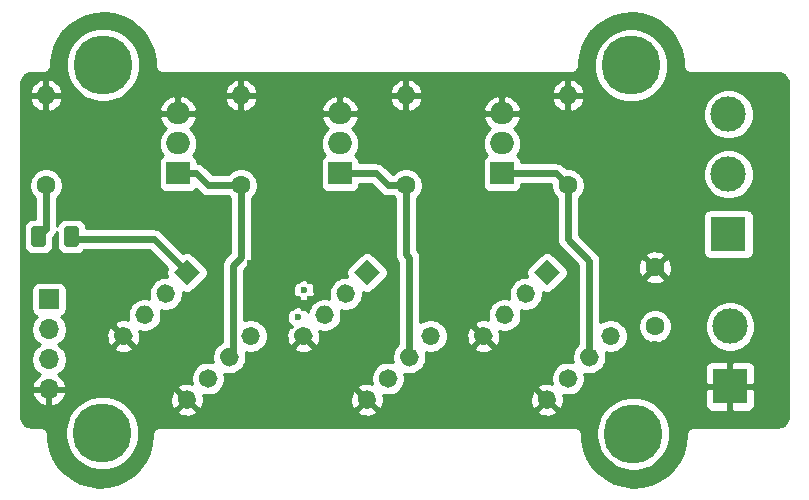
<source format=gbr>
%TF.GenerationSoftware,KiCad,Pcbnew,5.1.6-c6e7f7d~87~ubuntu18.04.1*%
%TF.CreationDate,2021-06-08T23:32:45+01:00*%
%TF.ProjectId,hp_led_driver,68705f6c-6564-45f6-9472-697665722e6b,rev?*%
%TF.SameCoordinates,Original*%
%TF.FileFunction,Copper,L1,Top*%
%TF.FilePolarity,Positive*%
%FSLAX46Y46*%
G04 Gerber Fmt 4.6, Leading zero omitted, Abs format (unit mm)*
G04 Created by KiCad (PCBNEW 5.1.6-c6e7f7d~87~ubuntu18.04.1) date 2021-06-08 23:32:45*
%MOMM*%
%LPD*%
G01*
G04 APERTURE LIST*
%TA.AperFunction,ComponentPad*%
%ADD10C,0.100000*%
%TD*%
%TA.AperFunction,ComponentPad*%
%ADD11C,1.600000*%
%TD*%
%TA.AperFunction,ComponentPad*%
%ADD12O,1.600000X1.600000*%
%TD*%
%TA.AperFunction,ComponentPad*%
%ADD13R,3.000000X3.000000*%
%TD*%
%TA.AperFunction,ComponentPad*%
%ADD14C,3.000000*%
%TD*%
%TA.AperFunction,ComponentPad*%
%ADD15R,1.700000X1.700000*%
%TD*%
%TA.AperFunction,ComponentPad*%
%ADD16O,1.700000X1.700000*%
%TD*%
%TA.AperFunction,ComponentPad*%
%ADD17R,2.000000X1.905000*%
%TD*%
%TA.AperFunction,ComponentPad*%
%ADD18O,2.000000X1.905000*%
%TD*%
%TA.AperFunction,ComponentPad*%
%ADD19C,5.000000*%
%TD*%
%TA.AperFunction,ViaPad*%
%ADD20C,0.600000*%
%TD*%
%TA.AperFunction,Conductor*%
%ADD21C,0.800000*%
%TD*%
%TA.AperFunction,Conductor*%
%ADD22C,0.600000*%
%TD*%
%TA.AperFunction,Conductor*%
%ADD23C,0.254000*%
%TD*%
G04 APERTURE END LIST*
%TO.P,U2,8*%
%TO.N,+5V*%
%TA.AperFunction,ComponentPad*%
G36*
G01*
X179828469Y-97024469D02*
X179828469Y-97024469D01*
G75*
G02*
X180959839Y-97024469I565685J-565685D01*
G01*
X180959839Y-97024469D01*
G75*
G02*
X180959839Y-98155839I-565685J-565685D01*
G01*
X180959839Y-98155839D01*
G75*
G02*
X179828469Y-98155839I-565685J565685D01*
G01*
X179828469Y-98155839D01*
G75*
G02*
X179828469Y-97024469I565685J565685D01*
G01*
G37*
%TD.AperFunction*%
%TO.P,U2,4*%
%TO.N,GND*%
%TA.AperFunction,ComponentPad*%
G36*
G01*
X169052161Y-97024469D02*
X169052161Y-97024469D01*
G75*
G02*
X170183531Y-97024469I565685J-565685D01*
G01*
X170183531Y-97024469D01*
G75*
G02*
X170183531Y-98155839I-565685J-565685D01*
G01*
X170183531Y-98155839D01*
G75*
G02*
X169052161Y-98155839I-565685J565685D01*
G01*
X169052161Y-98155839D01*
G75*
G02*
X169052161Y-97024469I565685J565685D01*
G01*
G37*
%TD.AperFunction*%
%TO.P,U2,7*%
%TO.N,Net-(Q2-Pad1)*%
%TA.AperFunction,ComponentPad*%
G36*
G01*
X178032417Y-98820520D02*
X178032417Y-98820520D01*
G75*
G02*
X179163787Y-98820520I565685J-565685D01*
G01*
X179163787Y-98820520D01*
G75*
G02*
X179163787Y-99951890I-565685J-565685D01*
G01*
X179163787Y-99951890D01*
G75*
G02*
X178032417Y-99951890I-565685J565685D01*
G01*
X178032417Y-99951890D01*
G75*
G02*
X178032417Y-98820520I565685J565685D01*
G01*
G37*
%TD.AperFunction*%
%TO.P,U2,3*%
%TO.N,Net-(U2-Pad3)*%
%TA.AperFunction,ComponentPad*%
G36*
G01*
X170848213Y-95228417D02*
X170848213Y-95228417D01*
G75*
G02*
X171979583Y-95228417I565685J-565685D01*
G01*
X171979583Y-95228417D01*
G75*
G02*
X171979583Y-96359787I-565685J-565685D01*
G01*
X171979583Y-96359787D01*
G75*
G02*
X170848213Y-96359787I-565685J565685D01*
G01*
X170848213Y-96359787D01*
G75*
G02*
X170848213Y-95228417I565685J565685D01*
G01*
G37*
%TD.AperFunction*%
%TO.P,U2,6*%
%TO.N,Net-(Q2-Pad1)*%
%TA.AperFunction,ComponentPad*%
G36*
G01*
X176236366Y-100616571D02*
X176236366Y-100616571D01*
G75*
G02*
X177367736Y-100616571I565685J-565685D01*
G01*
X177367736Y-100616571D01*
G75*
G02*
X177367736Y-101747941I-565685J-565685D01*
G01*
X177367736Y-101747941D01*
G75*
G02*
X176236366Y-101747941I-565685J565685D01*
G01*
X176236366Y-101747941D01*
G75*
G02*
X176236366Y-100616571I565685J565685D01*
G01*
G37*
%TD.AperFunction*%
%TO.P,U2,2*%
%TO.N,gpio_b*%
%TA.AperFunction,ComponentPad*%
G36*
G01*
X172644264Y-93432366D02*
X172644264Y-93432366D01*
G75*
G02*
X173775634Y-93432366I565685J-565685D01*
G01*
X173775634Y-93432366D01*
G75*
G02*
X173775634Y-94563736I-565685J-565685D01*
G01*
X173775634Y-94563736D01*
G75*
G02*
X172644264Y-94563736I-565685J565685D01*
G01*
X172644264Y-94563736D01*
G75*
G02*
X172644264Y-93432366I565685J565685D01*
G01*
G37*
%TD.AperFunction*%
%TO.P,U2,5*%
%TO.N,GND*%
%TA.AperFunction,ComponentPad*%
G36*
G01*
X174440315Y-102412622D02*
X174440315Y-102412622D01*
G75*
G02*
X175571685Y-102412622I565685J-565685D01*
G01*
X175571685Y-102412622D01*
G75*
G02*
X175571685Y-103543992I-565685J-565685D01*
G01*
X175571685Y-103543992D01*
G75*
G02*
X174440315Y-103543992I-565685J565685D01*
G01*
X174440315Y-103543992D01*
G75*
G02*
X174440315Y-102412622I565685J565685D01*
G01*
G37*
%TD.AperFunction*%
%TA.AperFunction,ComponentPad*%
D10*
%TO.P,U2,1*%
%TO.N,+5V*%
G36*
X173874629Y-92202000D02*
G01*
X175006000Y-91070629D01*
X176137371Y-92202000D01*
X175006000Y-93333371D01*
X173874629Y-92202000D01*
G37*
%TD.AperFunction*%
%TD*%
D11*
%TO.P,C1,1*%
%TO.N,+5V*%
X199390000Y-96774000D03*
%TO.P,C1,2*%
%TO.N,GND*%
X199390000Y-91774000D03*
%TD*%
D12*
%TO.P,R3,2*%
%TO.N,GND*%
X164338000Y-77216000D03*
D11*
%TO.P,R3,1*%
%TO.N,Net-(Q3-Pad1)*%
X164338000Y-84836000D03*
%TD*%
D12*
%TO.P,R2,2*%
%TO.N,GND*%
X178308000Y-77216000D03*
D11*
%TO.P,R2,1*%
%TO.N,Net-(Q2-Pad1)*%
X178308000Y-84836000D03*
%TD*%
D12*
%TO.P,R1,2*%
%TO.N,GND*%
X192024000Y-77216000D03*
D11*
%TO.P,R1,1*%
%TO.N,Net-(Q1-Pad1)*%
X192024000Y-84836000D03*
%TD*%
D13*
%TO.P,J1,1*%
%TO.N,gate_c*%
X205613000Y-88963500D03*
D14*
%TO.P,J1,2*%
%TO.N,gate_b*%
X205613000Y-83883500D03*
%TO.P,J1,3*%
%TO.N,gate_a*%
X205613000Y-78803500D03*
%TD*%
D15*
%TO.P,J2,1*%
%TO.N,gpio_a*%
X148082000Y-94488000D03*
D16*
%TO.P,J2,2*%
%TO.N,gpio_b*%
X148082000Y-97028000D03*
%TO.P,J2,3*%
%TO.N,gpio_c*%
X148082000Y-99568000D03*
%TO.P,J2,4*%
%TO.N,GND*%
X148082000Y-102108000D03*
%TD*%
D13*
%TO.P,J3,1*%
%TO.N,GND*%
X205740000Y-101854000D03*
D14*
%TO.P,J3,2*%
%TO.N,+5V*%
X205740000Y-96774000D03*
%TD*%
D17*
%TO.P,Q1,1*%
%TO.N,Net-(Q1-Pad1)*%
X186436000Y-83820000D03*
D18*
%TO.P,Q1,2*%
%TO.N,gate_a*%
X186436000Y-81280000D03*
%TO.P,Q1,3*%
%TO.N,GND*%
X186436000Y-78740000D03*
%TD*%
%TO.P,Q2,3*%
%TO.N,GND*%
X172720000Y-78740000D03*
%TO.P,Q2,2*%
%TO.N,gate_b*%
X172720000Y-81280000D03*
D17*
%TO.P,Q2,1*%
%TO.N,Net-(Q2-Pad1)*%
X172720000Y-83820000D03*
%TD*%
%TO.P,Q3,1*%
%TO.N,Net-(Q3-Pad1)*%
X159004000Y-83820000D03*
D18*
%TO.P,Q3,2*%
%TO.N,gate_c*%
X159004000Y-81280000D03*
%TO.P,Q3,3*%
%TO.N,GND*%
X159004000Y-78740000D03*
%TD*%
%TA.AperFunction,ComponentPad*%
D10*
%TO.P,U1,1*%
%TO.N,+5V*%
G36*
X189114629Y-92202000D02*
G01*
X190246000Y-91070629D01*
X191377371Y-92202000D01*
X190246000Y-93333371D01*
X189114629Y-92202000D01*
G37*
%TD.AperFunction*%
%TO.P,U1,5*%
%TO.N,GND*%
%TA.AperFunction,ComponentPad*%
G36*
G01*
X189680315Y-102412622D02*
X189680315Y-102412622D01*
G75*
G02*
X190811685Y-102412622I565685J-565685D01*
G01*
X190811685Y-102412622D01*
G75*
G02*
X190811685Y-103543992I-565685J-565685D01*
G01*
X190811685Y-103543992D01*
G75*
G02*
X189680315Y-103543992I-565685J565685D01*
G01*
X189680315Y-103543992D01*
G75*
G02*
X189680315Y-102412622I565685J565685D01*
G01*
G37*
%TD.AperFunction*%
%TO.P,U1,2*%
%TO.N,gpio_a*%
%TA.AperFunction,ComponentPad*%
G36*
G01*
X187884264Y-93432366D02*
X187884264Y-93432366D01*
G75*
G02*
X189015634Y-93432366I565685J-565685D01*
G01*
X189015634Y-93432366D01*
G75*
G02*
X189015634Y-94563736I-565685J-565685D01*
G01*
X189015634Y-94563736D01*
G75*
G02*
X187884264Y-94563736I-565685J565685D01*
G01*
X187884264Y-94563736D01*
G75*
G02*
X187884264Y-93432366I565685J565685D01*
G01*
G37*
%TD.AperFunction*%
%TO.P,U1,6*%
%TO.N,Net-(Q1-Pad1)*%
%TA.AperFunction,ComponentPad*%
G36*
G01*
X191476366Y-100616571D02*
X191476366Y-100616571D01*
G75*
G02*
X192607736Y-100616571I565685J-565685D01*
G01*
X192607736Y-100616571D01*
G75*
G02*
X192607736Y-101747941I-565685J-565685D01*
G01*
X192607736Y-101747941D01*
G75*
G02*
X191476366Y-101747941I-565685J565685D01*
G01*
X191476366Y-101747941D01*
G75*
G02*
X191476366Y-100616571I565685J565685D01*
G01*
G37*
%TD.AperFunction*%
%TO.P,U1,3*%
%TO.N,Net-(U1-Pad3)*%
%TA.AperFunction,ComponentPad*%
G36*
G01*
X186088213Y-95228417D02*
X186088213Y-95228417D01*
G75*
G02*
X187219583Y-95228417I565685J-565685D01*
G01*
X187219583Y-95228417D01*
G75*
G02*
X187219583Y-96359787I-565685J-565685D01*
G01*
X187219583Y-96359787D01*
G75*
G02*
X186088213Y-96359787I-565685J565685D01*
G01*
X186088213Y-96359787D01*
G75*
G02*
X186088213Y-95228417I565685J565685D01*
G01*
G37*
%TD.AperFunction*%
%TO.P,U1,7*%
%TO.N,Net-(Q1-Pad1)*%
%TA.AperFunction,ComponentPad*%
G36*
G01*
X193272417Y-98820520D02*
X193272417Y-98820520D01*
G75*
G02*
X194403787Y-98820520I565685J-565685D01*
G01*
X194403787Y-98820520D01*
G75*
G02*
X194403787Y-99951890I-565685J-565685D01*
G01*
X194403787Y-99951890D01*
G75*
G02*
X193272417Y-99951890I-565685J565685D01*
G01*
X193272417Y-99951890D01*
G75*
G02*
X193272417Y-98820520I565685J565685D01*
G01*
G37*
%TD.AperFunction*%
%TO.P,U1,4*%
%TO.N,GND*%
%TA.AperFunction,ComponentPad*%
G36*
G01*
X184292161Y-97024469D02*
X184292161Y-97024469D01*
G75*
G02*
X185423531Y-97024469I565685J-565685D01*
G01*
X185423531Y-97024469D01*
G75*
G02*
X185423531Y-98155839I-565685J-565685D01*
G01*
X185423531Y-98155839D01*
G75*
G02*
X184292161Y-98155839I-565685J565685D01*
G01*
X184292161Y-98155839D01*
G75*
G02*
X184292161Y-97024469I565685J565685D01*
G01*
G37*
%TD.AperFunction*%
%TO.P,U1,8*%
%TO.N,+5V*%
%TA.AperFunction,ComponentPad*%
G36*
G01*
X195068469Y-97024469D02*
X195068469Y-97024469D01*
G75*
G02*
X196199839Y-97024469I565685J-565685D01*
G01*
X196199839Y-97024469D01*
G75*
G02*
X196199839Y-98155839I-565685J-565685D01*
G01*
X196199839Y-98155839D01*
G75*
G02*
X195068469Y-98155839I-565685J565685D01*
G01*
X195068469Y-98155839D01*
G75*
G02*
X195068469Y-97024469I565685J565685D01*
G01*
G37*
%TD.AperFunction*%
%TD*%
%TA.AperFunction,ComponentPad*%
%TO.P,U3,1*%
%TO.N,+5V*%
G36*
X158634629Y-92202000D02*
G01*
X159766000Y-91070629D01*
X160897371Y-92202000D01*
X159766000Y-93333371D01*
X158634629Y-92202000D01*
G37*
%TD.AperFunction*%
%TO.P,U3,5*%
%TO.N,GND*%
%TA.AperFunction,ComponentPad*%
G36*
G01*
X159200315Y-102412622D02*
X159200315Y-102412622D01*
G75*
G02*
X160331685Y-102412622I565685J-565685D01*
G01*
X160331685Y-102412622D01*
G75*
G02*
X160331685Y-103543992I-565685J-565685D01*
G01*
X160331685Y-103543992D01*
G75*
G02*
X159200315Y-103543992I-565685J565685D01*
G01*
X159200315Y-103543992D01*
G75*
G02*
X159200315Y-102412622I565685J565685D01*
G01*
G37*
%TD.AperFunction*%
%TO.P,U3,2*%
%TO.N,gpio_c*%
%TA.AperFunction,ComponentPad*%
G36*
G01*
X157404264Y-93432366D02*
X157404264Y-93432366D01*
G75*
G02*
X158535634Y-93432366I565685J-565685D01*
G01*
X158535634Y-93432366D01*
G75*
G02*
X158535634Y-94563736I-565685J-565685D01*
G01*
X158535634Y-94563736D01*
G75*
G02*
X157404264Y-94563736I-565685J565685D01*
G01*
X157404264Y-94563736D01*
G75*
G02*
X157404264Y-93432366I565685J565685D01*
G01*
G37*
%TD.AperFunction*%
%TO.P,U3,6*%
%TO.N,Net-(Q3-Pad1)*%
%TA.AperFunction,ComponentPad*%
G36*
G01*
X160996366Y-100616571D02*
X160996366Y-100616571D01*
G75*
G02*
X162127736Y-100616571I565685J-565685D01*
G01*
X162127736Y-100616571D01*
G75*
G02*
X162127736Y-101747941I-565685J-565685D01*
G01*
X162127736Y-101747941D01*
G75*
G02*
X160996366Y-101747941I-565685J565685D01*
G01*
X160996366Y-101747941D01*
G75*
G02*
X160996366Y-100616571I565685J565685D01*
G01*
G37*
%TD.AperFunction*%
%TO.P,U3,3*%
%TO.N,Net-(U3-Pad3)*%
%TA.AperFunction,ComponentPad*%
G36*
G01*
X155608213Y-95228417D02*
X155608213Y-95228417D01*
G75*
G02*
X156739583Y-95228417I565685J-565685D01*
G01*
X156739583Y-95228417D01*
G75*
G02*
X156739583Y-96359787I-565685J-565685D01*
G01*
X156739583Y-96359787D01*
G75*
G02*
X155608213Y-96359787I-565685J565685D01*
G01*
X155608213Y-96359787D01*
G75*
G02*
X155608213Y-95228417I565685J565685D01*
G01*
G37*
%TD.AperFunction*%
%TO.P,U3,7*%
%TO.N,Net-(Q3-Pad1)*%
%TA.AperFunction,ComponentPad*%
G36*
G01*
X162792417Y-98820520D02*
X162792417Y-98820520D01*
G75*
G02*
X163923787Y-98820520I565685J-565685D01*
G01*
X163923787Y-98820520D01*
G75*
G02*
X163923787Y-99951890I-565685J-565685D01*
G01*
X163923787Y-99951890D01*
G75*
G02*
X162792417Y-99951890I-565685J565685D01*
G01*
X162792417Y-99951890D01*
G75*
G02*
X162792417Y-98820520I565685J565685D01*
G01*
G37*
%TD.AperFunction*%
%TO.P,U3,4*%
%TO.N,GND*%
%TA.AperFunction,ComponentPad*%
G36*
G01*
X153812161Y-97024469D02*
X153812161Y-97024469D01*
G75*
G02*
X154943531Y-97024469I565685J-565685D01*
G01*
X154943531Y-97024469D01*
G75*
G02*
X154943531Y-98155839I-565685J-565685D01*
G01*
X154943531Y-98155839D01*
G75*
G02*
X153812161Y-98155839I-565685J565685D01*
G01*
X153812161Y-98155839D01*
G75*
G02*
X153812161Y-97024469I565685J565685D01*
G01*
G37*
%TD.AperFunction*%
%TO.P,U3,8*%
%TO.N,+5V*%
%TA.AperFunction,ComponentPad*%
G36*
G01*
X164588469Y-97024469D02*
X164588469Y-97024469D01*
G75*
G02*
X165719839Y-97024469I565685J-565685D01*
G01*
X165719839Y-97024469D01*
G75*
G02*
X165719839Y-98155839I-565685J-565685D01*
G01*
X165719839Y-98155839D01*
G75*
G02*
X164588469Y-98155839I-565685J565685D01*
G01*
X164588469Y-98155839D01*
G75*
G02*
X164588469Y-97024469I565685J565685D01*
G01*
G37*
%TD.AperFunction*%
%TD*%
D11*
%TO.P,R4,1*%
%TO.N,Net-(D1-Pad1)*%
X147828000Y-84836000D03*
D12*
%TO.P,R4,2*%
%TO.N,GND*%
X147828000Y-77216000D03*
%TD*%
%TO.P,D1,1*%
%TO.N,Net-(D1-Pad1)*%
%TA.AperFunction,SMDPad,CuDef*%
G36*
G01*
X146565000Y-89779000D02*
X146565000Y-88529000D01*
G75*
G02*
X146815000Y-88279000I250000J0D01*
G01*
X147565000Y-88279000D01*
G75*
G02*
X147815000Y-88529000I0J-250000D01*
G01*
X147815000Y-89779000D01*
G75*
G02*
X147565000Y-90029000I-250000J0D01*
G01*
X146815000Y-90029000D01*
G75*
G02*
X146565000Y-89779000I0J250000D01*
G01*
G37*
%TD.AperFunction*%
%TO.P,D1,2*%
%TO.N,+5V*%
%TA.AperFunction,SMDPad,CuDef*%
G36*
G01*
X149365000Y-89779000D02*
X149365000Y-88529000D01*
G75*
G02*
X149615000Y-88279000I250000J0D01*
G01*
X150365000Y-88279000D01*
G75*
G02*
X150615000Y-88529000I0J-250000D01*
G01*
X150615000Y-89779000D01*
G75*
G02*
X150365000Y-90029000I-250000J0D01*
G01*
X149615000Y-90029000D01*
G75*
G02*
X149365000Y-89779000I0J250000D01*
G01*
G37*
%TD.AperFunction*%
%TD*%
D19*
%TO.P,H1,1*%
%TO.N,N/C*%
X152590500Y-105791000D03*
%TD*%
%TO.P,H2,1*%
%TO.N,N/C*%
X197358000Y-74676000D03*
%TD*%
%TO.P,H3,1*%
%TO.N,N/C*%
X152654000Y-74612500D03*
%TD*%
%TO.P,H4,1*%
%TO.N,N/C*%
X197548500Y-105854500D03*
%TD*%
D20*
%TO.N,*%
X169672000Y-93726000D03*
X169164000Y-96012000D03*
%TO.N,GND*%
X195834000Y-79756000D03*
X196850000Y-79756000D03*
X197866000Y-79756000D03*
X198882000Y-79756000D03*
X199898000Y-79756000D03*
X200914000Y-79756000D03*
X201930000Y-79756000D03*
X196342000Y-78994000D03*
X197358000Y-78994000D03*
X198374000Y-78994000D03*
X199390000Y-78994000D03*
X200406000Y-78994000D03*
X201422000Y-78994000D03*
X200914000Y-78232000D03*
X197866000Y-78232000D03*
X195834000Y-78232000D03*
X196850000Y-78232000D03*
X199898000Y-78232000D03*
X198882000Y-78232000D03*
X201676000Y-83820000D03*
X198628000Y-83820000D03*
X197104000Y-84582000D03*
X199136000Y-84582000D03*
X201168000Y-83058000D03*
X201168000Y-84582000D03*
X196088000Y-84582000D03*
X200152000Y-84582000D03*
X197104000Y-83058000D03*
X198120000Y-83058000D03*
X196088000Y-83058000D03*
X196596000Y-83820000D03*
X199136000Y-83058000D03*
X197612000Y-83820000D03*
X200660000Y-83820000D03*
X200152000Y-83058000D03*
X202184000Y-84582000D03*
X199644000Y-83820000D03*
X198120000Y-84582000D03*
X202184000Y-83058000D03*
X202692000Y-83820000D03*
X203200000Y-83058000D03*
X203200000Y-84582000D03*
X194564000Y-83820000D03*
X194056000Y-83058000D03*
X195072000Y-84582000D03*
X194056000Y-84582000D03*
X195580000Y-83820000D03*
X195072000Y-83058000D03*
X196342000Y-89916000D03*
X201930000Y-90678000D03*
X195834000Y-89154000D03*
X196850000Y-90678000D03*
X195834000Y-90678000D03*
X195326000Y-89916000D03*
X193802000Y-89154000D03*
X197358000Y-89916000D03*
X202438000Y-89916000D03*
X196850000Y-89154000D03*
X201930000Y-89154000D03*
X202946000Y-90678000D03*
X197866000Y-89154000D03*
X201422000Y-89916000D03*
X202946000Y-89154000D03*
X194818000Y-89154000D03*
X198882000Y-89154000D03*
X200914000Y-89154000D03*
X199898000Y-89154000D03*
X196850000Y-92456000D03*
X195326000Y-93218000D03*
X202438000Y-93218000D03*
X196342000Y-91694000D03*
X197358000Y-93218000D03*
X196342000Y-93218000D03*
X201422000Y-93218000D03*
X195834000Y-92456000D03*
X202946000Y-92456000D03*
X202438000Y-91694000D03*
X203454000Y-93218000D03*
X201930000Y-92456000D03*
X203454000Y-91694000D03*
X195326000Y-91694000D03*
X197358000Y-94742000D03*
X195834000Y-95504000D03*
X199390000Y-94742000D03*
X202946000Y-95504000D03*
X201422000Y-94742000D03*
X196850000Y-93980000D03*
X195326000Y-94742000D03*
X197866000Y-95504000D03*
X196850000Y-95504000D03*
X201930000Y-95504000D03*
X196342000Y-94742000D03*
X198374000Y-94742000D03*
X203454000Y-94742000D03*
X197866000Y-93980000D03*
X202946000Y-93980000D03*
X198882000Y-93980000D03*
X200406000Y-94742000D03*
X202438000Y-94742000D03*
X203962000Y-93980000D03*
X195834000Y-93980000D03*
X199898000Y-93980000D03*
X201930000Y-93980000D03*
X200914000Y-95504000D03*
X200914000Y-93980000D03*
X194310000Y-89916000D03*
X196850000Y-99060000D03*
X198882000Y-99060000D03*
X199390000Y-99822000D03*
X202438000Y-99822000D03*
X200914000Y-99060000D03*
X197358000Y-99822000D03*
X196342000Y-99822000D03*
X201422000Y-99822000D03*
X197866000Y-99060000D03*
X202946000Y-99060000D03*
X197358000Y-98298000D03*
X202438000Y-98298000D03*
X203454000Y-99822000D03*
X198374000Y-98298000D03*
X199898000Y-99060000D03*
X201930000Y-99060000D03*
X198374000Y-99822000D03*
X203454000Y-98298000D03*
X199390000Y-98298000D03*
X201422000Y-98298000D03*
X200406000Y-99822000D03*
X200406000Y-98298000D03*
X198882000Y-100584000D03*
X196850000Y-102108000D03*
X199898000Y-102108000D03*
X202946000Y-100584000D03*
X196850000Y-100584000D03*
X201422000Y-101346000D03*
X201930000Y-100584000D03*
X200406000Y-101346000D03*
X197866000Y-102108000D03*
X198882000Y-102108000D03*
X195834000Y-102108000D03*
X198374000Y-101346000D03*
X202438000Y-101346000D03*
X196342000Y-101346000D03*
X200914000Y-100584000D03*
X197866000Y-100584000D03*
X202946000Y-102108000D03*
X199898000Y-100584000D03*
X201930000Y-102108000D03*
X200914000Y-102108000D03*
X199390000Y-101346000D03*
X197358000Y-101346000D03*
X203454000Y-101346000D03*
X203962000Y-99060000D03*
X195834000Y-100584000D03*
X195326000Y-101346000D03*
X194818000Y-102108000D03*
X195326000Y-102870000D03*
X199390000Y-102870000D03*
X200406000Y-102870000D03*
X201422000Y-102870000D03*
X202438000Y-102870000D03*
X203454000Y-102870000D03*
X194818000Y-79756000D03*
X193802000Y-79756000D03*
X194818000Y-78232000D03*
X193802000Y-78232000D03*
X194310000Y-78994000D03*
X195326000Y-78994000D03*
X201930000Y-78232000D03*
X202438000Y-78994000D03*
X202946000Y-78232000D03*
X202946000Y-79756000D03*
X183642000Y-89408000D03*
X181102000Y-88646000D03*
X183134000Y-88646000D03*
X181610000Y-89408000D03*
X184658000Y-89408000D03*
X185674000Y-89408000D03*
X180086000Y-88646000D03*
X186182000Y-88646000D03*
X182626000Y-89408000D03*
X185166000Y-88646000D03*
X182118000Y-88646000D03*
X184150000Y-88646000D03*
X180594000Y-89408000D03*
X179578000Y-89408000D03*
X188214000Y-90170000D03*
X187706000Y-89408000D03*
X187198000Y-88646000D03*
X187198000Y-90170000D03*
X188722000Y-89408000D03*
X188214000Y-88646000D03*
X189230000Y-88646000D03*
X186690000Y-89408000D03*
X186182000Y-90170000D03*
X186690000Y-90932000D03*
X187706000Y-90932000D03*
X185420000Y-92964000D03*
X181864000Y-93726000D03*
X181356000Y-92964000D03*
X180848000Y-92202000D03*
X179832000Y-92202000D03*
X181864000Y-92202000D03*
X180848000Y-93726000D03*
X184912000Y-92202000D03*
X184404000Y-91440000D03*
X185928000Y-93726000D03*
X181356000Y-91440000D03*
X184404000Y-92964000D03*
X180340000Y-91440000D03*
X182880000Y-92202000D03*
X182880000Y-93726000D03*
X183388000Y-91440000D03*
X182372000Y-92964000D03*
X183388000Y-92964000D03*
X182372000Y-91440000D03*
X183896000Y-93726000D03*
X180340000Y-92964000D03*
X183896000Y-92202000D03*
X179832000Y-93726000D03*
X183388000Y-96012000D03*
X180848000Y-95250000D03*
X183388000Y-94488000D03*
X181864000Y-95250000D03*
X182372000Y-96012000D03*
X182880000Y-95250000D03*
X182372000Y-94488000D03*
X180340000Y-94488000D03*
X181356000Y-94488000D03*
X181356000Y-96012000D03*
X183896000Y-95250000D03*
X184404000Y-94488000D03*
X185420000Y-94488000D03*
X184912000Y-95250000D03*
X182880000Y-96774000D03*
X181864000Y-96774000D03*
X182372000Y-97536000D03*
X169164000Y-92964000D03*
X170180000Y-92964000D03*
X168148000Y-96012000D03*
X167132000Y-96012000D03*
X167640000Y-93726000D03*
X166624000Y-92202000D03*
X165608000Y-92202000D03*
X169672000Y-92202000D03*
X166624000Y-95250000D03*
X168148000Y-94488000D03*
X165100000Y-94488000D03*
X167640000Y-92202000D03*
X165608000Y-93726000D03*
X167640000Y-96774000D03*
X168656000Y-93726000D03*
X169164000Y-94488000D03*
X167132000Y-92964000D03*
X168148000Y-92964000D03*
X168656000Y-92202000D03*
X166116000Y-92964000D03*
X168656000Y-95250000D03*
X167132000Y-94488000D03*
X165608000Y-95250000D03*
X167640000Y-95250000D03*
X170688000Y-93726000D03*
X166116000Y-94488000D03*
X165100000Y-92964000D03*
X166624000Y-93726000D03*
X170180000Y-94488000D03*
X169672000Y-95250000D03*
X167132000Y-91440000D03*
X166116000Y-91440000D03*
X172720000Y-92202000D03*
X173736000Y-89408000D03*
X172212000Y-91440000D03*
X168148000Y-91440000D03*
X172720000Y-89408000D03*
X172212000Y-88646000D03*
X169164000Y-91440000D03*
X173228000Y-91440000D03*
X165100000Y-91440000D03*
X181864000Y-101346000D03*
X180340000Y-100584000D03*
X180340000Y-102108000D03*
X182372000Y-102108000D03*
X182880000Y-102870000D03*
X179832000Y-102870000D03*
X180848000Y-99822000D03*
X179324000Y-103632000D03*
X183388000Y-100584000D03*
X179832000Y-101346000D03*
X179324000Y-102108000D03*
X180848000Y-102870000D03*
X183896000Y-102870000D03*
X183388000Y-102108000D03*
X181356000Y-102108000D03*
X181864000Y-102870000D03*
X183896000Y-101346000D03*
X183388000Y-103632000D03*
X180848000Y-101346000D03*
X182880000Y-101346000D03*
X182372000Y-100584000D03*
X181356000Y-100584000D03*
X164592000Y-102362000D03*
X167132000Y-101600000D03*
X165608000Y-100838000D03*
X165608000Y-102362000D03*
X166116000Y-101600000D03*
X167640000Y-102362000D03*
X167640000Y-100838000D03*
X166624000Y-100838000D03*
X165100000Y-101600000D03*
X166624000Y-102362000D03*
X157226000Y-92202000D03*
X156210000Y-92202000D03*
X155702000Y-91440000D03*
X155194000Y-92202000D03*
X156718000Y-91440000D03*
X155702000Y-92964000D03*
X168656000Y-86106000D03*
X167132000Y-85344000D03*
X168148000Y-86868000D03*
X167132000Y-86868000D03*
X166116000Y-85344000D03*
X167640000Y-86106000D03*
X166624000Y-86106000D03*
X168148000Y-85344000D03*
X168148000Y-78994000D03*
X167640000Y-78232000D03*
X167132000Y-78994000D03*
X168656000Y-79756000D03*
X166624000Y-78232000D03*
X167132000Y-80518000D03*
X167640000Y-79756000D03*
X166624000Y-79756000D03*
X168148000Y-80518000D03*
X166116000Y-86868000D03*
X165608000Y-86106000D03*
X182626000Y-79756000D03*
X181102000Y-78994000D03*
X180594000Y-79756000D03*
X182118000Y-78994000D03*
X181610000Y-78232000D03*
X181610000Y-79756000D03*
X180594000Y-78232000D03*
X182118000Y-80518000D03*
X182118000Y-86614000D03*
X181102000Y-86614000D03*
X181610000Y-85852000D03*
X180594000Y-85852000D03*
X151638000Y-85598000D03*
X154178000Y-86360000D03*
X150114000Y-84836000D03*
X150622000Y-85598000D03*
X153670000Y-85598000D03*
X151130000Y-86360000D03*
X153162000Y-84836000D03*
X152654000Y-85598000D03*
X154178000Y-84836000D03*
X150114000Y-86360000D03*
X151130000Y-84836000D03*
X152146000Y-86360000D03*
X152146000Y-84836000D03*
X153162000Y-86360000D03*
X150622000Y-84074000D03*
X153162000Y-83312000D03*
X152654000Y-82550000D03*
X153670000Y-82550000D03*
X151638000Y-84074000D03*
X150114000Y-83312000D03*
X150622000Y-82550000D03*
X149606000Y-84074000D03*
X152146000Y-83312000D03*
X149606000Y-82550000D03*
X152654000Y-84074000D03*
X151638000Y-82550000D03*
X151130000Y-83312000D03*
X153670000Y-84074000D03*
X153162000Y-80264000D03*
X152654000Y-81026000D03*
X151130000Y-80264000D03*
X150114000Y-80264000D03*
X150114000Y-81788000D03*
X150622000Y-81026000D03*
X151130000Y-81788000D03*
X153670000Y-81026000D03*
X151638000Y-81026000D03*
X153162000Y-81788000D03*
X154178000Y-80264000D03*
X152146000Y-80264000D03*
X152146000Y-81788000D03*
X154178000Y-81788000D03*
X152146000Y-78740000D03*
X153670000Y-79502000D03*
X150622000Y-79502000D03*
X150114000Y-78740000D03*
X149606000Y-77978000D03*
X151638000Y-77978000D03*
X150622000Y-77978000D03*
X153162000Y-78740000D03*
X151130000Y-78740000D03*
X153670000Y-77978000D03*
X152654000Y-79502000D03*
X152654000Y-77978000D03*
X149606000Y-79502000D03*
X151638000Y-79502000D03*
X151638000Y-79502000D03*
X153670000Y-77978000D03*
X152654000Y-82550000D03*
X153670000Y-85598000D03*
X152654000Y-81026000D03*
X154178000Y-81788000D03*
X153162000Y-84836000D03*
X152654000Y-77978000D03*
X152146000Y-83312000D03*
X154178000Y-84836000D03*
X152146000Y-86360000D03*
X152146000Y-80264000D03*
X152146000Y-78740000D03*
X153670000Y-81026000D03*
X152654000Y-79502000D03*
X151638000Y-81026000D03*
X153670000Y-79502000D03*
X152654000Y-85598000D03*
X153162000Y-78740000D03*
X154178000Y-80264000D03*
X151638000Y-77978000D03*
X153162000Y-81788000D03*
X153162000Y-83312000D03*
X153162000Y-86360000D03*
X153162000Y-80264000D03*
X152146000Y-84836000D03*
X152654000Y-84074000D03*
X153670000Y-82550000D03*
X151638000Y-82550000D03*
X151638000Y-85598000D03*
X151638000Y-84074000D03*
X152146000Y-81788000D03*
X153670000Y-84074000D03*
X154178000Y-86360000D03*
X155194000Y-78740000D03*
X155194000Y-80264000D03*
X156718000Y-85598000D03*
X155702000Y-81026000D03*
X156718000Y-77978000D03*
X156210000Y-81788000D03*
X156210000Y-80264000D03*
X156718000Y-84074000D03*
X156210000Y-77216000D03*
X155702000Y-82550000D03*
X155194000Y-81788000D03*
X155194000Y-78740000D03*
X155702000Y-77978000D03*
X155702000Y-85598000D03*
X155702000Y-79502000D03*
X155702000Y-77978000D03*
X156210000Y-78740000D03*
X156718000Y-84074000D03*
X155194000Y-80264000D03*
X156210000Y-80264000D03*
X155702000Y-85598000D03*
X155194000Y-84836000D03*
X155702000Y-84074000D03*
X156210000Y-84836000D03*
X156718000Y-77978000D03*
X155702000Y-82550000D03*
X155194000Y-83312000D03*
X155194000Y-77216000D03*
X156210000Y-83312000D03*
X156718000Y-82550000D03*
X156718000Y-81026000D03*
X156718000Y-82550000D03*
X155702000Y-79502000D03*
X156718000Y-79502000D03*
X156718000Y-85598000D03*
X156718000Y-79502000D03*
X155702000Y-84074000D03*
X156210000Y-84836000D03*
X156210000Y-77216000D03*
X156210000Y-81788000D03*
X156210000Y-83312000D03*
X155194000Y-77216000D03*
X155194000Y-81788000D03*
X155194000Y-84836000D03*
X155194000Y-83312000D03*
X155702000Y-81026000D03*
X156210000Y-78740000D03*
X156718000Y-81026000D03*
X154178000Y-78740000D03*
X154686000Y-77978000D03*
X154686000Y-79502000D03*
X154686000Y-81026000D03*
X154686000Y-82550000D03*
X154178000Y-83312000D03*
X154686000Y-84074000D03*
X154686000Y-85598000D03*
X161798000Y-79756000D03*
X161290000Y-78994000D03*
X173228000Y-88646000D03*
X174244000Y-88646000D03*
X161798000Y-87122000D03*
X160274000Y-87884000D03*
X163322000Y-87884000D03*
X159766000Y-87122000D03*
X160782000Y-87122000D03*
X160274000Y-87884000D03*
X163322000Y-86360000D03*
X162306000Y-87884000D03*
X157226000Y-87884000D03*
X157734000Y-87122000D03*
X162306000Y-87884000D03*
X161290000Y-86360000D03*
X162814000Y-87122000D03*
X159766000Y-87122000D03*
X162306000Y-86360000D03*
X161290000Y-87884000D03*
X158242000Y-87884000D03*
X158750000Y-87122000D03*
X159258000Y-87884000D03*
X156718000Y-87122000D03*
X161798000Y-87122000D03*
X158750000Y-87122000D03*
X162306000Y-86360000D03*
X162814000Y-87122000D03*
X159258000Y-87884000D03*
X163322000Y-87884000D03*
X163322000Y-86360000D03*
X158242000Y-87884000D03*
X160782000Y-87122000D03*
X156210000Y-87884000D03*
X154178000Y-87884000D03*
X155194000Y-87884000D03*
X153670000Y-87122000D03*
X153162000Y-87884000D03*
X155194000Y-87884000D03*
X154686000Y-87122000D03*
X155702000Y-87122000D03*
X156210000Y-87884000D03*
X155702000Y-87122000D03*
X154686000Y-87122000D03*
X155194000Y-86360000D03*
X152654000Y-87122000D03*
X151638000Y-87122000D03*
X150622000Y-87122000D03*
X149606000Y-87122000D03*
X149606000Y-85598000D03*
X152146000Y-87884000D03*
X156718000Y-92964000D03*
X154686000Y-92964000D03*
X178816000Y-102870000D03*
X180340000Y-103632000D03*
X181356000Y-103632000D03*
X182372000Y-103632000D03*
X184404000Y-103632000D03*
X184404000Y-102108000D03*
X184912000Y-102870000D03*
X185420000Y-103632000D03*
X184404000Y-100584000D03*
X184912000Y-101346000D03*
X185420000Y-102108000D03*
X185928000Y-102870000D03*
X186436000Y-103632000D03*
X178308000Y-103632000D03*
X196342000Y-102870000D03*
X194310000Y-102870000D03*
X188722000Y-78232000D03*
X189230000Y-78994000D03*
X189738000Y-79756000D03*
X188722000Y-79756000D03*
X189738000Y-78232000D03*
X190754000Y-78232000D03*
X192786000Y-79756000D03*
X190246000Y-78994000D03*
X190754000Y-79756000D03*
X193294000Y-78994000D03*
X191770000Y-79756000D03*
X192278000Y-78994000D03*
X191262000Y-78994000D03*
X176784000Y-77978000D03*
X174752000Y-77978000D03*
X175768000Y-77978000D03*
X175260000Y-78740000D03*
X174244000Y-80264000D03*
X174752000Y-79502000D03*
X176276000Y-80264000D03*
X175260000Y-78740000D03*
X175768000Y-79502000D03*
X175260000Y-80264000D03*
X161798000Y-78232000D03*
X161290000Y-77470000D03*
X161798000Y-76708000D03*
X161290000Y-75946000D03*
X166624000Y-76708000D03*
X167132000Y-77470000D03*
X168148000Y-77470000D03*
X168656000Y-78232000D03*
X168656000Y-76708000D03*
X167640000Y-76708000D03*
X167132000Y-75946000D03*
X168148000Y-75946000D03*
X176276000Y-88646000D03*
X175768000Y-89408000D03*
X174752000Y-89408000D03*
X175260000Y-88646000D03*
X176784000Y-89408000D03*
X177292000Y-88646000D03*
X184912000Y-93726000D03*
X162306000Y-75946000D03*
X162306000Y-77470000D03*
X162306000Y-78994000D03*
X166116000Y-80518000D03*
X166116000Y-78994000D03*
X166116000Y-77470000D03*
X166116000Y-75946000D03*
X169164000Y-80518000D03*
X169164000Y-78994000D03*
X169164000Y-77470000D03*
X169164000Y-75946000D03*
X165608000Y-87630000D03*
X166624000Y-87630000D03*
X167640000Y-87630000D03*
X168656000Y-87630000D03*
X169164000Y-86868000D03*
X169672000Y-87630000D03*
X180086000Y-78994000D03*
X181102000Y-77470000D03*
X180594000Y-76708000D03*
X181610000Y-76708000D03*
X182118000Y-77470000D03*
X182626000Y-78232000D03*
X182626000Y-76708000D03*
X182118000Y-75946000D03*
X181102000Y-75946000D03*
X180086000Y-75946000D03*
X183134000Y-75946000D03*
X183134000Y-77470000D03*
X183134000Y-78994000D03*
X183134000Y-80518000D03*
X182626000Y-81280000D03*
X180086000Y-86614000D03*
X180086000Y-85090000D03*
X181102000Y-85090000D03*
X182118000Y-85090000D03*
X182626000Y-85852000D03*
X183134000Y-85090000D03*
X183134000Y-86614000D03*
X180594000Y-84328000D03*
X181610000Y-84328000D03*
X180086000Y-83566000D03*
X181102000Y-83566000D03*
X182626000Y-84328000D03*
X176276000Y-78740000D03*
X175260000Y-77216000D03*
X176276000Y-77216000D03*
X174244000Y-77216000D03*
X174752000Y-76454000D03*
X175768000Y-76454000D03*
X176784000Y-76454000D03*
X156210000Y-86360000D03*
X157226000Y-86360000D03*
X158242000Y-86360000D03*
X159258000Y-86360000D03*
X160274000Y-86360000D03*
%TD*%
D21*
%TO.N,GND*%
X169617846Y-97590154D02*
X169617847Y-97590154D01*
D22*
%TO.N,+5V*%
X190100308Y-92056308D02*
X190246000Y-92202000D01*
X205740000Y-96774000D02*
X205086308Y-96774000D01*
X159766000Y-92202000D02*
X156972000Y-89408000D01*
X150244000Y-89408000D02*
X149990000Y-89154000D01*
X156972000Y-89408000D02*
X150244000Y-89408000D01*
%TO.N,Net-(Q1-Pad1)*%
X191008000Y-83820000D02*
X192024000Y-84836000D01*
X192024000Y-84836000D02*
X192024000Y-89408000D01*
X193838102Y-91222102D02*
X193838102Y-99386205D01*
X192024000Y-89408000D02*
X193838102Y-91222102D01*
X186436000Y-83820000D02*
X191008000Y-83820000D01*
%TO.N,Net-(Q2-Pad1)*%
X178598102Y-90968102D02*
X178598102Y-99386205D01*
X175768000Y-83820000D02*
X172720000Y-83820000D01*
X175768000Y-83820000D02*
X176784000Y-84836000D01*
X176784000Y-84836000D02*
X178308000Y-84836000D01*
X178308000Y-90678000D02*
X178598102Y-90968102D01*
X178308000Y-84836000D02*
X178308000Y-90678000D01*
%TO.N,Net-(Q3-Pad1)*%
X163654153Y-91615847D02*
X164338000Y-90932000D01*
X163358102Y-99386205D02*
X163654153Y-99090154D01*
X164338000Y-90932000D02*
X164338000Y-84836000D01*
X163654153Y-99090154D02*
X163654153Y-91615847D01*
X160528000Y-83820000D02*
X159004000Y-83820000D01*
X161544000Y-84836000D02*
X160528000Y-83820000D01*
X164338000Y-84836000D02*
X161544000Y-84836000D01*
%TO.N,Net-(D1-Pad1)*%
X147828000Y-88516000D02*
X147190000Y-89154000D01*
X147828000Y-84836000D02*
X147828000Y-88516000D01*
%TD*%
D23*
%TO.N,GND*%
G36*
X198276428Y-70355154D02*
G01*
X199027065Y-70586080D01*
X199724947Y-70946284D01*
X200348019Y-71424384D01*
X200876571Y-72005256D01*
X201293912Y-72670554D01*
X201586841Y-73399238D01*
X201748218Y-74178496D01*
X201776129Y-74662574D01*
X201774807Y-74676000D01*
X201787550Y-74805383D01*
X201825290Y-74929793D01*
X201886575Y-75044450D01*
X201969052Y-75144948D01*
X202069550Y-75227425D01*
X202184207Y-75288710D01*
X202308617Y-75326450D01*
X202405581Y-75336000D01*
X209771723Y-75336000D01*
X209971200Y-75355559D01*
X210132041Y-75404120D01*
X210280378Y-75482992D01*
X210410574Y-75589176D01*
X210517664Y-75718626D01*
X210597572Y-75866414D01*
X210647252Y-76026902D01*
X210668000Y-76224306D01*
X210668001Y-104361713D01*
X210648441Y-104561204D01*
X210599881Y-104722040D01*
X210521008Y-104870378D01*
X210414822Y-105000575D01*
X210285372Y-105107665D01*
X210137586Y-105187572D01*
X209977094Y-105237253D01*
X209779695Y-105258000D01*
X202659581Y-105258000D01*
X202562617Y-105267550D01*
X202438207Y-105305290D01*
X202323550Y-105366575D01*
X202223052Y-105449052D01*
X202140575Y-105549550D01*
X202079290Y-105664207D01*
X202041550Y-105788617D01*
X202028807Y-105918000D01*
X202029106Y-105921035D01*
X201959563Y-106700249D01*
X201752328Y-107457774D01*
X201414221Y-108166627D01*
X200955928Y-108804410D01*
X200391945Y-109350946D01*
X199740085Y-109788978D01*
X199020963Y-110104651D01*
X198257308Y-110287987D01*
X197473245Y-110333196D01*
X196693577Y-110238847D01*
X195942936Y-110007921D01*
X195245050Y-109647714D01*
X194621984Y-109169618D01*
X194093427Y-108588743D01*
X193676088Y-107923446D01*
X193383159Y-107194762D01*
X193221782Y-106415504D01*
X193193871Y-105931426D01*
X193195193Y-105918000D01*
X193182450Y-105788617D01*
X193144710Y-105664207D01*
X193083425Y-105549550D01*
X193080290Y-105545729D01*
X194413500Y-105545729D01*
X194413500Y-106163271D01*
X194533976Y-106768946D01*
X194770299Y-107339479D01*
X195113386Y-107852946D01*
X195550054Y-108289614D01*
X196063521Y-108632701D01*
X196634054Y-108869024D01*
X197239729Y-108989500D01*
X197857271Y-108989500D01*
X198462946Y-108869024D01*
X199033479Y-108632701D01*
X199546946Y-108289614D01*
X199983614Y-107852946D01*
X200326701Y-107339479D01*
X200563024Y-106768946D01*
X200683500Y-106163271D01*
X200683500Y-105545729D01*
X200563024Y-104940054D01*
X200326701Y-104369521D01*
X199983614Y-103856054D01*
X199546946Y-103419386D01*
X199449089Y-103354000D01*
X203601928Y-103354000D01*
X203614188Y-103478482D01*
X203650498Y-103598180D01*
X203709463Y-103708494D01*
X203788815Y-103805185D01*
X203885506Y-103884537D01*
X203995820Y-103943502D01*
X204115518Y-103979812D01*
X204240000Y-103992072D01*
X205454250Y-103989000D01*
X205613000Y-103830250D01*
X205613000Y-101981000D01*
X205867000Y-101981000D01*
X205867000Y-103830250D01*
X206025750Y-103989000D01*
X207240000Y-103992072D01*
X207364482Y-103979812D01*
X207484180Y-103943502D01*
X207594494Y-103884537D01*
X207691185Y-103805185D01*
X207770537Y-103708494D01*
X207829502Y-103598180D01*
X207865812Y-103478482D01*
X207878072Y-103354000D01*
X207875000Y-102139750D01*
X207716250Y-101981000D01*
X205867000Y-101981000D01*
X205613000Y-101981000D01*
X203763750Y-101981000D01*
X203605000Y-102139750D01*
X203601928Y-103354000D01*
X199449089Y-103354000D01*
X199033479Y-103076299D01*
X198462946Y-102839976D01*
X197857271Y-102719500D01*
X197239729Y-102719500D01*
X196634054Y-102839976D01*
X196063521Y-103076299D01*
X195550054Y-103419386D01*
X195113386Y-103856054D01*
X194770299Y-104369521D01*
X194533976Y-104940054D01*
X194413500Y-105545729D01*
X193080290Y-105545729D01*
X193000948Y-105449052D01*
X192900450Y-105366575D01*
X192785793Y-105305290D01*
X192661383Y-105267550D01*
X192564419Y-105258000D01*
X157447581Y-105258000D01*
X157350617Y-105267550D01*
X157226207Y-105305290D01*
X157111550Y-105366575D01*
X157011052Y-105449052D01*
X156928575Y-105549550D01*
X156867290Y-105664207D01*
X156829550Y-105788617D01*
X156816807Y-105918000D01*
X156817106Y-105921035D01*
X156747563Y-106700249D01*
X156540328Y-107457774D01*
X156202221Y-108166627D01*
X155743928Y-108804410D01*
X155179945Y-109350946D01*
X154528085Y-109788978D01*
X153808963Y-110104651D01*
X153045308Y-110287987D01*
X152261245Y-110333196D01*
X151481577Y-110238847D01*
X150730936Y-110007921D01*
X150033050Y-109647714D01*
X149409984Y-109169618D01*
X148881427Y-108588743D01*
X148464088Y-107923446D01*
X148171159Y-107194762D01*
X148009782Y-106415504D01*
X147981871Y-105931426D01*
X147983193Y-105918000D01*
X147970450Y-105788617D01*
X147932710Y-105664207D01*
X147871425Y-105549550D01*
X147816176Y-105482229D01*
X149455500Y-105482229D01*
X149455500Y-106099771D01*
X149575976Y-106705446D01*
X149812299Y-107275979D01*
X150155386Y-107789446D01*
X150592054Y-108226114D01*
X151105521Y-108569201D01*
X151676054Y-108805524D01*
X152281729Y-108926000D01*
X152899271Y-108926000D01*
X153504946Y-108805524D01*
X154075479Y-108569201D01*
X154588946Y-108226114D01*
X155025614Y-107789446D01*
X155368701Y-107275979D01*
X155605024Y-106705446D01*
X155725500Y-106099771D01*
X155725500Y-105482229D01*
X155605024Y-104876554D01*
X155368701Y-104306021D01*
X155141892Y-103966576D01*
X158957336Y-103966576D01*
X159028580Y-104209344D01*
X159282912Y-104329553D01*
X159555810Y-104397835D01*
X159836785Y-104411565D01*
X160115040Y-104370216D01*
X160379881Y-104275376D01*
X160503417Y-104209340D01*
X160574017Y-103966576D01*
X174197336Y-103966576D01*
X174268580Y-104209344D01*
X174522912Y-104329553D01*
X174795810Y-104397835D01*
X175076785Y-104411565D01*
X175355040Y-104370216D01*
X175619881Y-104275376D01*
X175743417Y-104209340D01*
X175814017Y-103966576D01*
X189437336Y-103966576D01*
X189508580Y-104209344D01*
X189762912Y-104329553D01*
X190035810Y-104397835D01*
X190316785Y-104411565D01*
X190595040Y-104370216D01*
X190859881Y-104275376D01*
X190983417Y-104209340D01*
X191054163Y-103966075D01*
X190246000Y-103157912D01*
X189437336Y-103966576D01*
X175814017Y-103966576D01*
X175814163Y-103966075D01*
X175006000Y-103157912D01*
X174197336Y-103966576D01*
X160574017Y-103966576D01*
X160574163Y-103966075D01*
X159766000Y-103157912D01*
X158957336Y-103966576D01*
X155141892Y-103966576D01*
X155025614Y-103792554D01*
X154588946Y-103355886D01*
X154075479Y-103012799D01*
X153821319Y-102907522D01*
X158332742Y-102907522D01*
X158346472Y-103188497D01*
X158414754Y-103461395D01*
X158534963Y-103715727D01*
X158777731Y-103786971D01*
X159586395Y-102978307D01*
X158778232Y-102170144D01*
X158534967Y-102240890D01*
X158468931Y-102364426D01*
X158374091Y-102629267D01*
X158332742Y-102907522D01*
X153821319Y-102907522D01*
X153504946Y-102776476D01*
X152899271Y-102656000D01*
X152281729Y-102656000D01*
X151676054Y-102776476D01*
X151105521Y-103012799D01*
X150592054Y-103355886D01*
X150155386Y-103792554D01*
X149812299Y-104306021D01*
X149575976Y-104876554D01*
X149455500Y-105482229D01*
X147816176Y-105482229D01*
X147788948Y-105449052D01*
X147688450Y-105366575D01*
X147573793Y-105305290D01*
X147449383Y-105267550D01*
X147352419Y-105258000D01*
X146590277Y-105258000D01*
X146390796Y-105238441D01*
X146229960Y-105189881D01*
X146081622Y-105111008D01*
X145951425Y-105004822D01*
X145844335Y-104875372D01*
X145764428Y-104727586D01*
X145714747Y-104567094D01*
X145694000Y-104369695D01*
X145694000Y-102464890D01*
X146640524Y-102464890D01*
X146685175Y-102612099D01*
X146810359Y-102874920D01*
X146984412Y-103108269D01*
X147200645Y-103303178D01*
X147450748Y-103452157D01*
X147725109Y-103549481D01*
X147955000Y-103428814D01*
X147955000Y-102235000D01*
X148209000Y-102235000D01*
X148209000Y-103428814D01*
X148438891Y-103549481D01*
X148713252Y-103452157D01*
X148963355Y-103303178D01*
X149179588Y-103108269D01*
X149353641Y-102874920D01*
X149478825Y-102612099D01*
X149523476Y-102464890D01*
X149402155Y-102235000D01*
X148209000Y-102235000D01*
X147955000Y-102235000D01*
X146761845Y-102235000D01*
X146640524Y-102464890D01*
X145694000Y-102464890D01*
X145694000Y-93638000D01*
X146593928Y-93638000D01*
X146593928Y-95338000D01*
X146606188Y-95462482D01*
X146642498Y-95582180D01*
X146701463Y-95692494D01*
X146780815Y-95789185D01*
X146877506Y-95868537D01*
X146987820Y-95927502D01*
X147060380Y-95949513D01*
X146928525Y-96081368D01*
X146766010Y-96324589D01*
X146654068Y-96594842D01*
X146597000Y-96881740D01*
X146597000Y-97174260D01*
X146654068Y-97461158D01*
X146766010Y-97731411D01*
X146928525Y-97974632D01*
X147135368Y-98181475D01*
X147309760Y-98298000D01*
X147135368Y-98414525D01*
X146928525Y-98621368D01*
X146766010Y-98864589D01*
X146654068Y-99134842D01*
X146597000Y-99421740D01*
X146597000Y-99714260D01*
X146654068Y-100001158D01*
X146766010Y-100271411D01*
X146928525Y-100514632D01*
X147135368Y-100721475D01*
X147317534Y-100843195D01*
X147200645Y-100912822D01*
X146984412Y-101107731D01*
X146810359Y-101341080D01*
X146685175Y-101603901D01*
X146640524Y-101751110D01*
X146761845Y-101981000D01*
X147955000Y-101981000D01*
X147955000Y-101961000D01*
X148209000Y-101961000D01*
X148209000Y-101981000D01*
X149402155Y-101981000D01*
X149523476Y-101751110D01*
X149478825Y-101603901D01*
X149353641Y-101341080D01*
X149179588Y-101107731D01*
X148963355Y-100912822D01*
X148846466Y-100843195D01*
X149028632Y-100721475D01*
X149235475Y-100514632D01*
X149397990Y-100271411D01*
X149509932Y-100001158D01*
X149567000Y-99714260D01*
X149567000Y-99421740D01*
X149509932Y-99134842D01*
X149397990Y-98864589D01*
X149235475Y-98621368D01*
X149192530Y-98578423D01*
X153569182Y-98578423D01*
X153640426Y-98821191D01*
X153894758Y-98941400D01*
X154167656Y-99009682D01*
X154448631Y-99023412D01*
X154726886Y-98982063D01*
X154991727Y-98887223D01*
X155115263Y-98821187D01*
X155186009Y-98577922D01*
X154377846Y-97769759D01*
X153569182Y-98578423D01*
X149192530Y-98578423D01*
X149028632Y-98414525D01*
X148854240Y-98298000D01*
X149028632Y-98181475D01*
X149235475Y-97974632D01*
X149397990Y-97731411D01*
X149485820Y-97519369D01*
X152944588Y-97519369D01*
X152958318Y-97800344D01*
X153026600Y-98073242D01*
X153146809Y-98327574D01*
X153389577Y-98398818D01*
X154198241Y-97590154D01*
X153390078Y-96781991D01*
X153146813Y-96852737D01*
X153080777Y-96976273D01*
X152985937Y-97241114D01*
X152944588Y-97519369D01*
X149485820Y-97519369D01*
X149509932Y-97461158D01*
X149567000Y-97174260D01*
X149567000Y-96881740D01*
X149509932Y-96594842D01*
X149397990Y-96324589D01*
X149235475Y-96081368D01*
X149103620Y-95949513D01*
X149176180Y-95927502D01*
X149286494Y-95868537D01*
X149383185Y-95789185D01*
X149462537Y-95692494D01*
X149521502Y-95582180D01*
X149557812Y-95462482D01*
X149570072Y-95338000D01*
X149570072Y-93638000D01*
X149557812Y-93513518D01*
X149521502Y-93393820D01*
X149462537Y-93283506D01*
X149383185Y-93186815D01*
X149286494Y-93107463D01*
X149176180Y-93048498D01*
X149056482Y-93012188D01*
X148932000Y-92999928D01*
X147232000Y-92999928D01*
X147107518Y-93012188D01*
X146987820Y-93048498D01*
X146877506Y-93107463D01*
X146780815Y-93186815D01*
X146701463Y-93283506D01*
X146642498Y-93393820D01*
X146606188Y-93513518D01*
X146593928Y-93638000D01*
X145694000Y-93638000D01*
X145694000Y-88529000D01*
X145926928Y-88529000D01*
X145926928Y-89779000D01*
X145943992Y-89952254D01*
X145994528Y-90118850D01*
X146076595Y-90272386D01*
X146187038Y-90406962D01*
X146321614Y-90517405D01*
X146475150Y-90599472D01*
X146641746Y-90650008D01*
X146815000Y-90667072D01*
X147565000Y-90667072D01*
X147738254Y-90650008D01*
X147904850Y-90599472D01*
X148058386Y-90517405D01*
X148192962Y-90406962D01*
X148303405Y-90272386D01*
X148385472Y-90118850D01*
X148436008Y-89952254D01*
X148453072Y-89779000D01*
X148453072Y-89213218D01*
X148456664Y-89209626D01*
X148492344Y-89180344D01*
X148609186Y-89037972D01*
X148696007Y-88875540D01*
X148726928Y-88773607D01*
X148726928Y-89779000D01*
X148743992Y-89952254D01*
X148794528Y-90118850D01*
X148876595Y-90272386D01*
X148987038Y-90406962D01*
X149121614Y-90517405D01*
X149275150Y-90599472D01*
X149441746Y-90650008D01*
X149615000Y-90667072D01*
X150365000Y-90667072D01*
X150538254Y-90650008D01*
X150704850Y-90599472D01*
X150858386Y-90517405D01*
X150992962Y-90406962D01*
X151045454Y-90343000D01*
X156584711Y-90343000D01*
X158098911Y-91857200D01*
X158045127Y-91957820D01*
X158008817Y-92077518D01*
X157996557Y-92202000D01*
X158008817Y-92326482D01*
X158045127Y-92446180D01*
X158104092Y-92556494D01*
X158109473Y-92563051D01*
X157828614Y-92563051D01*
X157551375Y-92618198D01*
X157290222Y-92726371D01*
X157055190Y-92883414D01*
X156855312Y-93083292D01*
X156698269Y-93318324D01*
X156590096Y-93579477D01*
X156534949Y-93856716D01*
X156534949Y-94139386D01*
X156589506Y-94413659D01*
X156315233Y-94359102D01*
X156032563Y-94359102D01*
X155755324Y-94414249D01*
X155494171Y-94522422D01*
X155259139Y-94679465D01*
X155059261Y-94879343D01*
X154902218Y-95114375D01*
X154794045Y-95375528D01*
X154738898Y-95652767D01*
X154738898Y-95935437D01*
X154794045Y-96212676D01*
X154798433Y-96223270D01*
X154588036Y-96170626D01*
X154307061Y-96156896D01*
X154028806Y-96198245D01*
X153763965Y-96293085D01*
X153640429Y-96359121D01*
X153569683Y-96602386D01*
X154377846Y-97410549D01*
X154391989Y-97396407D01*
X154571594Y-97576012D01*
X154557451Y-97590154D01*
X155365614Y-98398317D01*
X155608879Y-98327571D01*
X155674915Y-98204035D01*
X155769755Y-97939194D01*
X155811104Y-97660939D01*
X155797374Y-97379964D01*
X155744730Y-97169567D01*
X155755324Y-97173955D01*
X156032563Y-97229102D01*
X156315233Y-97229102D01*
X156592472Y-97173955D01*
X156853625Y-97065782D01*
X157088657Y-96908739D01*
X157288535Y-96708861D01*
X157445578Y-96473829D01*
X157553751Y-96212676D01*
X157608898Y-95935437D01*
X157608898Y-95652767D01*
X157554341Y-95378494D01*
X157828614Y-95433051D01*
X158111284Y-95433051D01*
X158388523Y-95377904D01*
X158649676Y-95269731D01*
X158884708Y-95112688D01*
X159084586Y-94912810D01*
X159241629Y-94677778D01*
X159349802Y-94416625D01*
X159404949Y-94139386D01*
X159404949Y-93858527D01*
X159411506Y-93863908D01*
X159521820Y-93922873D01*
X159641518Y-93959183D01*
X159766000Y-93971443D01*
X159890482Y-93959183D01*
X160010180Y-93922873D01*
X160120494Y-93863908D01*
X160217185Y-93784556D01*
X161348556Y-92653185D01*
X161427908Y-92556494D01*
X161486873Y-92446180D01*
X161523183Y-92326482D01*
X161535443Y-92202000D01*
X161523183Y-92077518D01*
X161486873Y-91957820D01*
X161427908Y-91847506D01*
X161348556Y-91750815D01*
X160217185Y-90619444D01*
X160120494Y-90540092D01*
X160010180Y-90481127D01*
X159890482Y-90444817D01*
X159766000Y-90432557D01*
X159641518Y-90444817D01*
X159521820Y-90481127D01*
X159421200Y-90534911D01*
X157665630Y-88779341D01*
X157636344Y-88743656D01*
X157493972Y-88626814D01*
X157331540Y-88539993D01*
X157155292Y-88486529D01*
X157017932Y-88473000D01*
X156972000Y-88468476D01*
X156926068Y-88473000D01*
X151247556Y-88473000D01*
X151236008Y-88355746D01*
X151185472Y-88189150D01*
X151103405Y-88035614D01*
X150992962Y-87901038D01*
X150858386Y-87790595D01*
X150704850Y-87708528D01*
X150538254Y-87657992D01*
X150365000Y-87640928D01*
X149615000Y-87640928D01*
X149441746Y-87657992D01*
X149275150Y-87708528D01*
X149121614Y-87790595D01*
X148987038Y-87901038D01*
X148876595Y-88035614D01*
X148794528Y-88189150D01*
X148763000Y-88293085D01*
X148763000Y-85930396D01*
X148942637Y-85750759D01*
X149099680Y-85515727D01*
X149207853Y-85254574D01*
X149263000Y-84977335D01*
X149263000Y-84694665D01*
X149207853Y-84417426D01*
X149099680Y-84156273D01*
X148942637Y-83921241D01*
X148742759Y-83721363D01*
X148507727Y-83564320D01*
X148246574Y-83456147D01*
X147969335Y-83401000D01*
X147686665Y-83401000D01*
X147409426Y-83456147D01*
X147148273Y-83564320D01*
X146913241Y-83721363D01*
X146713363Y-83921241D01*
X146556320Y-84156273D01*
X146448147Y-84417426D01*
X146393000Y-84694665D01*
X146393000Y-84977335D01*
X146448147Y-85254574D01*
X146556320Y-85515727D01*
X146713363Y-85750759D01*
X146893000Y-85930396D01*
X146893001Y-87640928D01*
X146815000Y-87640928D01*
X146641746Y-87657992D01*
X146475150Y-87708528D01*
X146321614Y-87790595D01*
X146187038Y-87901038D01*
X146076595Y-88035614D01*
X145994528Y-88189150D01*
X145943992Y-88355746D01*
X145926928Y-88529000D01*
X145694000Y-88529000D01*
X145694000Y-81280000D01*
X157361319Y-81280000D01*
X157391970Y-81591204D01*
X157482745Y-81890449D01*
X157630155Y-82166235D01*
X157733446Y-82292095D01*
X157649506Y-82336963D01*
X157552815Y-82416315D01*
X157473463Y-82513006D01*
X157414498Y-82623320D01*
X157378188Y-82743018D01*
X157365928Y-82867500D01*
X157365928Y-84772500D01*
X157378188Y-84896982D01*
X157414498Y-85016680D01*
X157473463Y-85126994D01*
X157552815Y-85223685D01*
X157649506Y-85303037D01*
X157759820Y-85362002D01*
X157879518Y-85398312D01*
X158004000Y-85410572D01*
X160004000Y-85410572D01*
X160128482Y-85398312D01*
X160248180Y-85362002D01*
X160358494Y-85303037D01*
X160455185Y-85223685D01*
X160524696Y-85138985D01*
X160850370Y-85464659D01*
X160879656Y-85500344D01*
X161022028Y-85617186D01*
X161184460Y-85704007D01*
X161360708Y-85757471D01*
X161544000Y-85775524D01*
X161589932Y-85771000D01*
X163243604Y-85771000D01*
X163403001Y-85930397D01*
X163403000Y-90544711D01*
X163025489Y-90922222D01*
X162989810Y-90951503D01*
X162872968Y-91093875D01*
X162804430Y-91222102D01*
X162786147Y-91256307D01*
X162732682Y-91432556D01*
X162714629Y-91615847D01*
X162719154Y-91661789D01*
X162719153Y-98097634D01*
X162678375Y-98114525D01*
X162443343Y-98271568D01*
X162243465Y-98471446D01*
X162086422Y-98706478D01*
X161978249Y-98967631D01*
X161923102Y-99244870D01*
X161923102Y-99527540D01*
X161977659Y-99801813D01*
X161703386Y-99747256D01*
X161420716Y-99747256D01*
X161143477Y-99802403D01*
X160882324Y-99910576D01*
X160647292Y-100067619D01*
X160447414Y-100267497D01*
X160290371Y-100502529D01*
X160182198Y-100763682D01*
X160127051Y-101040921D01*
X160127051Y-101323591D01*
X160182198Y-101600830D01*
X160186585Y-101611422D01*
X159976190Y-101558779D01*
X159695215Y-101545049D01*
X159416960Y-101586398D01*
X159152119Y-101681238D01*
X159028583Y-101747274D01*
X158957837Y-101990539D01*
X159766000Y-102798702D01*
X159780143Y-102784560D01*
X159959748Y-102964165D01*
X159945605Y-102978307D01*
X160753768Y-103786470D01*
X160997033Y-103715724D01*
X161063069Y-103592188D01*
X161157909Y-103327347D01*
X161199258Y-103049092D01*
X161192341Y-102907522D01*
X173572742Y-102907522D01*
X173586472Y-103188497D01*
X173654754Y-103461395D01*
X173774963Y-103715727D01*
X174017731Y-103786971D01*
X174826395Y-102978307D01*
X174018232Y-102170144D01*
X173774967Y-102240890D01*
X173708931Y-102364426D01*
X173614091Y-102629267D01*
X173572742Y-102907522D01*
X161192341Y-102907522D01*
X161185528Y-102768117D01*
X161132885Y-102557722D01*
X161143477Y-102562109D01*
X161420716Y-102617256D01*
X161703386Y-102617256D01*
X161980625Y-102562109D01*
X162241778Y-102453936D01*
X162476810Y-102296893D01*
X162676688Y-102097015D01*
X162833731Y-101861983D01*
X162941904Y-101600830D01*
X162997051Y-101323591D01*
X162997051Y-101040921D01*
X162942494Y-100766648D01*
X163216767Y-100821205D01*
X163499437Y-100821205D01*
X163776676Y-100766058D01*
X164037829Y-100657885D01*
X164272861Y-100500842D01*
X164472739Y-100300964D01*
X164629782Y-100065932D01*
X164737955Y-99804779D01*
X164793102Y-99527540D01*
X164793102Y-99244870D01*
X164738545Y-98970597D01*
X165012819Y-99025154D01*
X165295489Y-99025154D01*
X165572728Y-98970007D01*
X165833881Y-98861834D01*
X166068913Y-98704791D01*
X166195281Y-98578423D01*
X168809182Y-98578423D01*
X168880426Y-98821191D01*
X169134758Y-98941400D01*
X169407656Y-99009682D01*
X169688631Y-99023412D01*
X169966886Y-98982063D01*
X170231727Y-98887223D01*
X170355263Y-98821187D01*
X170426009Y-98577922D01*
X169617846Y-97769759D01*
X168809182Y-98578423D01*
X166195281Y-98578423D01*
X166268791Y-98504913D01*
X166425834Y-98269881D01*
X166534007Y-98008728D01*
X166589154Y-97731489D01*
X166589154Y-97519369D01*
X168184588Y-97519369D01*
X168198318Y-97800344D01*
X168266600Y-98073242D01*
X168386809Y-98327574D01*
X168629577Y-98398818D01*
X169438241Y-97590154D01*
X169424099Y-97576012D01*
X169603704Y-97396407D01*
X169617846Y-97410549D01*
X169631989Y-97396407D01*
X169811594Y-97576012D01*
X169797451Y-97590154D01*
X170605614Y-98398317D01*
X170848879Y-98327571D01*
X170914915Y-98204035D01*
X171009755Y-97939194D01*
X171051104Y-97660939D01*
X171037374Y-97379964D01*
X170984730Y-97169567D01*
X170995324Y-97173955D01*
X171272563Y-97229102D01*
X171555233Y-97229102D01*
X171832472Y-97173955D01*
X172093625Y-97065782D01*
X172328657Y-96908739D01*
X172528535Y-96708861D01*
X172685578Y-96473829D01*
X172793751Y-96212676D01*
X172848898Y-95935437D01*
X172848898Y-95652767D01*
X172794341Y-95378494D01*
X173068614Y-95433051D01*
X173351284Y-95433051D01*
X173628523Y-95377904D01*
X173889676Y-95269731D01*
X174124708Y-95112688D01*
X174324586Y-94912810D01*
X174481629Y-94677778D01*
X174589802Y-94416625D01*
X174644949Y-94139386D01*
X174644949Y-93858527D01*
X174651506Y-93863908D01*
X174761820Y-93922873D01*
X174881518Y-93959183D01*
X175006000Y-93971443D01*
X175130482Y-93959183D01*
X175250180Y-93922873D01*
X175360494Y-93863908D01*
X175457185Y-93784556D01*
X176588556Y-92653185D01*
X176667908Y-92556494D01*
X176726873Y-92446180D01*
X176763183Y-92326482D01*
X176775443Y-92202000D01*
X176763183Y-92077518D01*
X176726873Y-91957820D01*
X176667908Y-91847506D01*
X176588556Y-91750815D01*
X175457185Y-90619444D01*
X175360494Y-90540092D01*
X175250180Y-90481127D01*
X175130482Y-90444817D01*
X175006000Y-90432557D01*
X174881518Y-90444817D01*
X174761820Y-90481127D01*
X174651506Y-90540092D01*
X174554815Y-90619444D01*
X173423444Y-91750815D01*
X173344092Y-91847506D01*
X173285127Y-91957820D01*
X173248817Y-92077518D01*
X173236557Y-92202000D01*
X173248817Y-92326482D01*
X173285127Y-92446180D01*
X173344092Y-92556494D01*
X173349473Y-92563051D01*
X173068614Y-92563051D01*
X172791375Y-92618198D01*
X172530222Y-92726371D01*
X172295190Y-92883414D01*
X172095312Y-93083292D01*
X171938269Y-93318324D01*
X171830096Y-93579477D01*
X171774949Y-93856716D01*
X171774949Y-94139386D01*
X171829506Y-94413659D01*
X171555233Y-94359102D01*
X171272563Y-94359102D01*
X170995324Y-94414249D01*
X170734171Y-94522422D01*
X170499139Y-94679465D01*
X170299261Y-94879343D01*
X170142218Y-95114375D01*
X170034045Y-95375528D01*
X169994581Y-95573926D01*
X169992586Y-95569111D01*
X169890262Y-95415972D01*
X169760028Y-95285738D01*
X169606889Y-95183414D01*
X169436729Y-95112932D01*
X169256089Y-95077000D01*
X169071911Y-95077000D01*
X168891271Y-95112932D01*
X168721111Y-95183414D01*
X168567972Y-95285738D01*
X168437738Y-95415972D01*
X168335414Y-95569111D01*
X168264932Y-95739271D01*
X168229000Y-95919911D01*
X168229000Y-96104089D01*
X168264932Y-96284729D01*
X168335414Y-96454889D01*
X168437738Y-96608028D01*
X168567972Y-96738262D01*
X168623345Y-96775261D01*
X168630076Y-96781992D01*
X168386813Y-96852737D01*
X168320777Y-96976273D01*
X168225937Y-97241114D01*
X168184588Y-97519369D01*
X166589154Y-97519369D01*
X166589154Y-97448819D01*
X166534007Y-97171580D01*
X166425834Y-96910427D01*
X166268791Y-96675395D01*
X166068913Y-96475517D01*
X165833881Y-96318474D01*
X165572728Y-96210301D01*
X165295489Y-96155154D01*
X165012819Y-96155154D01*
X164735580Y-96210301D01*
X164589153Y-96270953D01*
X164589153Y-93633911D01*
X168737000Y-93633911D01*
X168737000Y-93818089D01*
X168772932Y-93998729D01*
X168843414Y-94168889D01*
X168945738Y-94322028D01*
X169075972Y-94452262D01*
X169229111Y-94554586D01*
X169399271Y-94625068D01*
X169579911Y-94661000D01*
X169764089Y-94661000D01*
X169944729Y-94625068D01*
X170114889Y-94554586D01*
X170268028Y-94452262D01*
X170398262Y-94322028D01*
X170500586Y-94168889D01*
X170571068Y-93998729D01*
X170607000Y-93818089D01*
X170607000Y-93633911D01*
X170571068Y-93453271D01*
X170500586Y-93283111D01*
X170398262Y-93129972D01*
X170268028Y-92999738D01*
X170114889Y-92897414D01*
X169944729Y-92826932D01*
X169764089Y-92791000D01*
X169579911Y-92791000D01*
X169399271Y-92826932D01*
X169229111Y-92897414D01*
X169075972Y-92999738D01*
X168945738Y-93129972D01*
X168843414Y-93283111D01*
X168772932Y-93453271D01*
X168737000Y-93633911D01*
X164589153Y-93633911D01*
X164589153Y-92003136D01*
X164966660Y-91625629D01*
X165002344Y-91596344D01*
X165119186Y-91453972D01*
X165197922Y-91306666D01*
X165206007Y-91291541D01*
X165259472Y-91115292D01*
X165277524Y-90932000D01*
X165273000Y-90886065D01*
X165273000Y-85930396D01*
X165452637Y-85750759D01*
X165609680Y-85515727D01*
X165717853Y-85254574D01*
X165773000Y-84977335D01*
X165773000Y-84694665D01*
X165717853Y-84417426D01*
X165609680Y-84156273D01*
X165452637Y-83921241D01*
X165252759Y-83721363D01*
X165017727Y-83564320D01*
X164756574Y-83456147D01*
X164479335Y-83401000D01*
X164196665Y-83401000D01*
X163919426Y-83456147D01*
X163658273Y-83564320D01*
X163423241Y-83721363D01*
X163243604Y-83901000D01*
X161931289Y-83901000D01*
X161221630Y-83191341D01*
X161192344Y-83155656D01*
X161049972Y-83038814D01*
X160887540Y-82951993D01*
X160711292Y-82898529D01*
X160642072Y-82891711D01*
X160642072Y-82867500D01*
X160629812Y-82743018D01*
X160593502Y-82623320D01*
X160534537Y-82513006D01*
X160455185Y-82416315D01*
X160358494Y-82336963D01*
X160274554Y-82292095D01*
X160377845Y-82166235D01*
X160525255Y-81890449D01*
X160616030Y-81591204D01*
X160646681Y-81280000D01*
X171077319Y-81280000D01*
X171107970Y-81591204D01*
X171198745Y-81890449D01*
X171346155Y-82166235D01*
X171449446Y-82292095D01*
X171365506Y-82336963D01*
X171268815Y-82416315D01*
X171189463Y-82513006D01*
X171130498Y-82623320D01*
X171094188Y-82743018D01*
X171081928Y-82867500D01*
X171081928Y-84772500D01*
X171094188Y-84896982D01*
X171130498Y-85016680D01*
X171189463Y-85126994D01*
X171268815Y-85223685D01*
X171365506Y-85303037D01*
X171475820Y-85362002D01*
X171595518Y-85398312D01*
X171720000Y-85410572D01*
X173720000Y-85410572D01*
X173844482Y-85398312D01*
X173964180Y-85362002D01*
X174074494Y-85303037D01*
X174171185Y-85223685D01*
X174250537Y-85126994D01*
X174309502Y-85016680D01*
X174345812Y-84896982D01*
X174358072Y-84772500D01*
X174358072Y-84755000D01*
X175380711Y-84755000D01*
X176090370Y-85464659D01*
X176119656Y-85500344D01*
X176262028Y-85617186D01*
X176424460Y-85704007D01*
X176600708Y-85757471D01*
X176784000Y-85775524D01*
X176829932Y-85771000D01*
X177213604Y-85771000D01*
X177373000Y-85930396D01*
X177373001Y-90632058D01*
X177368476Y-90678000D01*
X177386529Y-90861291D01*
X177438461Y-91032486D01*
X177439994Y-91037540D01*
X177526815Y-91199972D01*
X177643657Y-91342344D01*
X177663102Y-91358302D01*
X177663103Y-98291808D01*
X177483465Y-98471446D01*
X177326422Y-98706478D01*
X177218249Y-98967631D01*
X177163102Y-99244870D01*
X177163102Y-99527540D01*
X177217659Y-99801813D01*
X176943386Y-99747256D01*
X176660716Y-99747256D01*
X176383477Y-99802403D01*
X176122324Y-99910576D01*
X175887292Y-100067619D01*
X175687414Y-100267497D01*
X175530371Y-100502529D01*
X175422198Y-100763682D01*
X175367051Y-101040921D01*
X175367051Y-101323591D01*
X175422198Y-101600830D01*
X175426585Y-101611422D01*
X175216190Y-101558779D01*
X174935215Y-101545049D01*
X174656960Y-101586398D01*
X174392119Y-101681238D01*
X174268583Y-101747274D01*
X174197837Y-101990539D01*
X175006000Y-102798702D01*
X175020143Y-102784560D01*
X175199748Y-102964165D01*
X175185605Y-102978307D01*
X175993768Y-103786470D01*
X176237033Y-103715724D01*
X176303069Y-103592188D01*
X176397909Y-103327347D01*
X176439258Y-103049092D01*
X176432341Y-102907522D01*
X188812742Y-102907522D01*
X188826472Y-103188497D01*
X188894754Y-103461395D01*
X189014963Y-103715727D01*
X189257731Y-103786971D01*
X190066395Y-102978307D01*
X189258232Y-102170144D01*
X189014967Y-102240890D01*
X188948931Y-102364426D01*
X188854091Y-102629267D01*
X188812742Y-102907522D01*
X176432341Y-102907522D01*
X176425528Y-102768117D01*
X176372885Y-102557722D01*
X176383477Y-102562109D01*
X176660716Y-102617256D01*
X176943386Y-102617256D01*
X177220625Y-102562109D01*
X177481778Y-102453936D01*
X177716810Y-102296893D01*
X177916688Y-102097015D01*
X178073731Y-101861983D01*
X178181904Y-101600830D01*
X178237051Y-101323591D01*
X178237051Y-101040921D01*
X178182494Y-100766648D01*
X178456767Y-100821205D01*
X178739437Y-100821205D01*
X179016676Y-100766058D01*
X179277829Y-100657885D01*
X179512861Y-100500842D01*
X179712739Y-100300964D01*
X179869782Y-100065932D01*
X179977955Y-99804779D01*
X180033102Y-99527540D01*
X180033102Y-99244870D01*
X179978545Y-98970597D01*
X180252819Y-99025154D01*
X180535489Y-99025154D01*
X180812728Y-98970007D01*
X181073881Y-98861834D01*
X181308913Y-98704791D01*
X181435281Y-98578423D01*
X184049182Y-98578423D01*
X184120426Y-98821191D01*
X184374758Y-98941400D01*
X184647656Y-99009682D01*
X184928631Y-99023412D01*
X185206886Y-98982063D01*
X185471727Y-98887223D01*
X185595263Y-98821187D01*
X185666009Y-98577922D01*
X184857846Y-97769759D01*
X184049182Y-98578423D01*
X181435281Y-98578423D01*
X181508791Y-98504913D01*
X181665834Y-98269881D01*
X181774007Y-98008728D01*
X181829154Y-97731489D01*
X181829154Y-97519369D01*
X183424588Y-97519369D01*
X183438318Y-97800344D01*
X183506600Y-98073242D01*
X183626809Y-98327574D01*
X183869577Y-98398818D01*
X184678241Y-97590154D01*
X183870078Y-96781991D01*
X183626813Y-96852737D01*
X183560777Y-96976273D01*
X183465937Y-97241114D01*
X183424588Y-97519369D01*
X181829154Y-97519369D01*
X181829154Y-97448819D01*
X181774007Y-97171580D01*
X181665834Y-96910427D01*
X181508791Y-96675395D01*
X181435782Y-96602386D01*
X184049683Y-96602386D01*
X184857846Y-97410549D01*
X184871989Y-97396407D01*
X185051594Y-97576012D01*
X185037451Y-97590154D01*
X185845614Y-98398317D01*
X186088879Y-98327571D01*
X186154915Y-98204035D01*
X186249755Y-97939194D01*
X186291104Y-97660939D01*
X186277374Y-97379964D01*
X186224730Y-97169567D01*
X186235324Y-97173955D01*
X186512563Y-97229102D01*
X186795233Y-97229102D01*
X187072472Y-97173955D01*
X187333625Y-97065782D01*
X187568657Y-96908739D01*
X187768535Y-96708861D01*
X187925578Y-96473829D01*
X188033751Y-96212676D01*
X188088898Y-95935437D01*
X188088898Y-95652767D01*
X188034341Y-95378494D01*
X188308614Y-95433051D01*
X188591284Y-95433051D01*
X188868523Y-95377904D01*
X189129676Y-95269731D01*
X189364708Y-95112688D01*
X189564586Y-94912810D01*
X189721629Y-94677778D01*
X189829802Y-94416625D01*
X189884949Y-94139386D01*
X189884949Y-93858527D01*
X189891506Y-93863908D01*
X190001820Y-93922873D01*
X190121518Y-93959183D01*
X190246000Y-93971443D01*
X190370482Y-93959183D01*
X190490180Y-93922873D01*
X190600494Y-93863908D01*
X190697185Y-93784556D01*
X191828556Y-92653185D01*
X191907908Y-92556494D01*
X191966873Y-92446180D01*
X192003183Y-92326482D01*
X192015443Y-92202000D01*
X192003183Y-92077518D01*
X191966873Y-91957820D01*
X191907908Y-91847506D01*
X191828556Y-91750815D01*
X190697185Y-90619444D01*
X190600494Y-90540092D01*
X190490180Y-90481127D01*
X190370482Y-90444817D01*
X190246000Y-90432557D01*
X190121518Y-90444817D01*
X190001820Y-90481127D01*
X189891506Y-90540092D01*
X189794815Y-90619444D01*
X188663444Y-91750815D01*
X188584092Y-91847506D01*
X188525127Y-91957820D01*
X188488817Y-92077518D01*
X188476557Y-92202000D01*
X188488817Y-92326482D01*
X188525127Y-92446180D01*
X188584092Y-92556494D01*
X188589473Y-92563051D01*
X188308614Y-92563051D01*
X188031375Y-92618198D01*
X187770222Y-92726371D01*
X187535190Y-92883414D01*
X187335312Y-93083292D01*
X187178269Y-93318324D01*
X187070096Y-93579477D01*
X187014949Y-93856716D01*
X187014949Y-94139386D01*
X187069506Y-94413659D01*
X186795233Y-94359102D01*
X186512563Y-94359102D01*
X186235324Y-94414249D01*
X185974171Y-94522422D01*
X185739139Y-94679465D01*
X185539261Y-94879343D01*
X185382218Y-95114375D01*
X185274045Y-95375528D01*
X185218898Y-95652767D01*
X185218898Y-95935437D01*
X185274045Y-96212676D01*
X185278433Y-96223270D01*
X185068036Y-96170626D01*
X184787061Y-96156896D01*
X184508806Y-96198245D01*
X184243965Y-96293085D01*
X184120429Y-96359121D01*
X184049683Y-96602386D01*
X181435782Y-96602386D01*
X181308913Y-96475517D01*
X181073881Y-96318474D01*
X180812728Y-96210301D01*
X180535489Y-96155154D01*
X180252819Y-96155154D01*
X179975580Y-96210301D01*
X179714427Y-96318474D01*
X179533102Y-96439631D01*
X179533102Y-91014033D01*
X179537626Y-90968101D01*
X179519573Y-90784809D01*
X179493886Y-90700131D01*
X179466109Y-90608562D01*
X179379288Y-90446130D01*
X179262446Y-90303758D01*
X179243000Y-90287799D01*
X179243000Y-85930396D01*
X179422637Y-85750759D01*
X179579680Y-85515727D01*
X179687853Y-85254574D01*
X179743000Y-84977335D01*
X179743000Y-84694665D01*
X179687853Y-84417426D01*
X179579680Y-84156273D01*
X179422637Y-83921241D01*
X179222759Y-83721363D01*
X178987727Y-83564320D01*
X178726574Y-83456147D01*
X178449335Y-83401000D01*
X178166665Y-83401000D01*
X177889426Y-83456147D01*
X177628273Y-83564320D01*
X177393241Y-83721363D01*
X177213604Y-83901000D01*
X177171289Y-83901000D01*
X176461630Y-83191341D01*
X176432344Y-83155656D01*
X176289972Y-83038814D01*
X176127540Y-82951993D01*
X175951292Y-82898529D01*
X175813932Y-82885000D01*
X175768000Y-82880476D01*
X175722068Y-82885000D01*
X174358072Y-82885000D01*
X174358072Y-82867500D01*
X174345812Y-82743018D01*
X174309502Y-82623320D01*
X174250537Y-82513006D01*
X174171185Y-82416315D01*
X174074494Y-82336963D01*
X173990554Y-82292095D01*
X174093845Y-82166235D01*
X174241255Y-81890449D01*
X174332030Y-81591204D01*
X174362681Y-81280000D01*
X184793319Y-81280000D01*
X184823970Y-81591204D01*
X184914745Y-81890449D01*
X185062155Y-82166235D01*
X185165446Y-82292095D01*
X185081506Y-82336963D01*
X184984815Y-82416315D01*
X184905463Y-82513006D01*
X184846498Y-82623320D01*
X184810188Y-82743018D01*
X184797928Y-82867500D01*
X184797928Y-84772500D01*
X184810188Y-84896982D01*
X184846498Y-85016680D01*
X184905463Y-85126994D01*
X184984815Y-85223685D01*
X185081506Y-85303037D01*
X185191820Y-85362002D01*
X185311518Y-85398312D01*
X185436000Y-85410572D01*
X187436000Y-85410572D01*
X187560482Y-85398312D01*
X187680180Y-85362002D01*
X187790494Y-85303037D01*
X187887185Y-85223685D01*
X187966537Y-85126994D01*
X188025502Y-85016680D01*
X188061812Y-84896982D01*
X188074072Y-84772500D01*
X188074072Y-84755000D01*
X190589000Y-84755000D01*
X190589000Y-84977335D01*
X190644147Y-85254574D01*
X190752320Y-85515727D01*
X190909363Y-85750759D01*
X191089000Y-85930396D01*
X191089001Y-89362058D01*
X191084476Y-89408000D01*
X191102529Y-89591291D01*
X191152654Y-89756529D01*
X191155994Y-89767540D01*
X191242815Y-89929972D01*
X191359657Y-90072344D01*
X191395336Y-90101625D01*
X192903102Y-91609391D01*
X192903103Y-98291808D01*
X192723465Y-98471446D01*
X192566422Y-98706478D01*
X192458249Y-98967631D01*
X192403102Y-99244870D01*
X192403102Y-99527540D01*
X192457659Y-99801813D01*
X192183386Y-99747256D01*
X191900716Y-99747256D01*
X191623477Y-99802403D01*
X191362324Y-99910576D01*
X191127292Y-100067619D01*
X190927414Y-100267497D01*
X190770371Y-100502529D01*
X190662198Y-100763682D01*
X190607051Y-101040921D01*
X190607051Y-101323591D01*
X190662198Y-101600830D01*
X190666585Y-101611422D01*
X190456190Y-101558779D01*
X190175215Y-101545049D01*
X189896960Y-101586398D01*
X189632119Y-101681238D01*
X189508583Y-101747274D01*
X189437837Y-101990539D01*
X190246000Y-102798702D01*
X190260143Y-102784560D01*
X190439748Y-102964165D01*
X190425605Y-102978307D01*
X191233768Y-103786470D01*
X191477033Y-103715724D01*
X191543069Y-103592188D01*
X191637909Y-103327347D01*
X191679258Y-103049092D01*
X191665528Y-102768117D01*
X191612885Y-102557722D01*
X191623477Y-102562109D01*
X191900716Y-102617256D01*
X192183386Y-102617256D01*
X192460625Y-102562109D01*
X192721778Y-102453936D01*
X192956810Y-102296893D01*
X193156688Y-102097015D01*
X193313731Y-101861983D01*
X193421904Y-101600830D01*
X193477051Y-101323591D01*
X193477051Y-101040921D01*
X193422494Y-100766648D01*
X193696767Y-100821205D01*
X193979437Y-100821205D01*
X194256676Y-100766058D01*
X194517829Y-100657885D01*
X194752861Y-100500842D01*
X194899703Y-100354000D01*
X203601928Y-100354000D01*
X203605000Y-101568250D01*
X203763750Y-101727000D01*
X205613000Y-101727000D01*
X205613000Y-99877750D01*
X205867000Y-99877750D01*
X205867000Y-101727000D01*
X207716250Y-101727000D01*
X207875000Y-101568250D01*
X207878072Y-100354000D01*
X207865812Y-100229518D01*
X207829502Y-100109820D01*
X207770537Y-99999506D01*
X207691185Y-99902815D01*
X207594494Y-99823463D01*
X207484180Y-99764498D01*
X207364482Y-99728188D01*
X207240000Y-99715928D01*
X206025750Y-99719000D01*
X205867000Y-99877750D01*
X205613000Y-99877750D01*
X205454250Y-99719000D01*
X204240000Y-99715928D01*
X204115518Y-99728188D01*
X203995820Y-99764498D01*
X203885506Y-99823463D01*
X203788815Y-99902815D01*
X203709463Y-99999506D01*
X203650498Y-100109820D01*
X203614188Y-100229518D01*
X203601928Y-100354000D01*
X194899703Y-100354000D01*
X194952739Y-100300964D01*
X195109782Y-100065932D01*
X195217955Y-99804779D01*
X195273102Y-99527540D01*
X195273102Y-99244870D01*
X195218545Y-98970597D01*
X195492819Y-99025154D01*
X195775489Y-99025154D01*
X196052728Y-98970007D01*
X196313881Y-98861834D01*
X196548913Y-98704791D01*
X196748791Y-98504913D01*
X196905834Y-98269881D01*
X197014007Y-98008728D01*
X197069154Y-97731489D01*
X197069154Y-97448819D01*
X197014007Y-97171580D01*
X196905834Y-96910427D01*
X196748791Y-96675395D01*
X196706061Y-96632665D01*
X197955000Y-96632665D01*
X197955000Y-96915335D01*
X198010147Y-97192574D01*
X198118320Y-97453727D01*
X198275363Y-97688759D01*
X198475241Y-97888637D01*
X198710273Y-98045680D01*
X198971426Y-98153853D01*
X199248665Y-98209000D01*
X199531335Y-98209000D01*
X199808574Y-98153853D01*
X200069727Y-98045680D01*
X200304759Y-97888637D01*
X200504637Y-97688759D01*
X200661680Y-97453727D01*
X200769853Y-97192574D01*
X200825000Y-96915335D01*
X200825000Y-96632665D01*
X200811287Y-96563721D01*
X203605000Y-96563721D01*
X203605000Y-96984279D01*
X203687047Y-97396756D01*
X203847988Y-97785302D01*
X204081637Y-98134983D01*
X204379017Y-98432363D01*
X204728698Y-98666012D01*
X205117244Y-98826953D01*
X205529721Y-98909000D01*
X205950279Y-98909000D01*
X206362756Y-98826953D01*
X206751302Y-98666012D01*
X207100983Y-98432363D01*
X207398363Y-98134983D01*
X207632012Y-97785302D01*
X207792953Y-97396756D01*
X207875000Y-96984279D01*
X207875000Y-96563721D01*
X207792953Y-96151244D01*
X207632012Y-95762698D01*
X207398363Y-95413017D01*
X207100983Y-95115637D01*
X206751302Y-94881988D01*
X206362756Y-94721047D01*
X205950279Y-94639000D01*
X205529721Y-94639000D01*
X205117244Y-94721047D01*
X204728698Y-94881988D01*
X204379017Y-95115637D01*
X204081637Y-95413017D01*
X203847988Y-95762698D01*
X203687047Y-96151244D01*
X203605000Y-96563721D01*
X200811287Y-96563721D01*
X200769853Y-96355426D01*
X200661680Y-96094273D01*
X200504637Y-95859241D01*
X200304759Y-95659363D01*
X200069727Y-95502320D01*
X199808574Y-95394147D01*
X199531335Y-95339000D01*
X199248665Y-95339000D01*
X198971426Y-95394147D01*
X198710273Y-95502320D01*
X198475241Y-95659363D01*
X198275363Y-95859241D01*
X198118320Y-96094273D01*
X198010147Y-96355426D01*
X197955000Y-96632665D01*
X196706061Y-96632665D01*
X196548913Y-96475517D01*
X196313881Y-96318474D01*
X196052728Y-96210301D01*
X195775489Y-96155154D01*
X195492819Y-96155154D01*
X195215580Y-96210301D01*
X194954427Y-96318474D01*
X194773102Y-96439631D01*
X194773102Y-92766702D01*
X198576903Y-92766702D01*
X198648486Y-93010671D01*
X198903996Y-93131571D01*
X199178184Y-93200300D01*
X199460512Y-93214217D01*
X199740130Y-93172787D01*
X200006292Y-93077603D01*
X200131514Y-93010671D01*
X200203097Y-92766702D01*
X199390000Y-91953605D01*
X198576903Y-92766702D01*
X194773102Y-92766702D01*
X194773102Y-91844512D01*
X197949783Y-91844512D01*
X197991213Y-92124130D01*
X198086397Y-92390292D01*
X198153329Y-92515514D01*
X198397298Y-92587097D01*
X199210395Y-91774000D01*
X199569605Y-91774000D01*
X200382702Y-92587097D01*
X200626671Y-92515514D01*
X200747571Y-92260004D01*
X200816300Y-91985816D01*
X200830217Y-91703488D01*
X200788787Y-91423870D01*
X200693603Y-91157708D01*
X200626671Y-91032486D01*
X200382702Y-90960903D01*
X199569605Y-91774000D01*
X199210395Y-91774000D01*
X198397298Y-90960903D01*
X198153329Y-91032486D01*
X198032429Y-91287996D01*
X197963700Y-91562184D01*
X197949783Y-91844512D01*
X194773102Y-91844512D01*
X194773102Y-91268037D01*
X194777626Y-91222102D01*
X194759574Y-91038810D01*
X194706109Y-90862561D01*
X194675867Y-90805982D01*
X194662674Y-90781298D01*
X198576903Y-90781298D01*
X199390000Y-91594395D01*
X200203097Y-90781298D01*
X200131514Y-90537329D01*
X199876004Y-90416429D01*
X199601816Y-90347700D01*
X199319488Y-90333783D01*
X199039870Y-90375213D01*
X198773708Y-90470397D01*
X198648486Y-90537329D01*
X198576903Y-90781298D01*
X194662674Y-90781298D01*
X194619288Y-90700130D01*
X194502446Y-90557758D01*
X194466762Y-90528473D01*
X192959000Y-89020711D01*
X192959000Y-87463500D01*
X203474928Y-87463500D01*
X203474928Y-90463500D01*
X203487188Y-90587982D01*
X203523498Y-90707680D01*
X203582463Y-90817994D01*
X203661815Y-90914685D01*
X203758506Y-90994037D01*
X203868820Y-91053002D01*
X203988518Y-91089312D01*
X204113000Y-91101572D01*
X207113000Y-91101572D01*
X207237482Y-91089312D01*
X207357180Y-91053002D01*
X207467494Y-90994037D01*
X207564185Y-90914685D01*
X207643537Y-90817994D01*
X207702502Y-90707680D01*
X207738812Y-90587982D01*
X207751072Y-90463500D01*
X207751072Y-87463500D01*
X207738812Y-87339018D01*
X207702502Y-87219320D01*
X207643537Y-87109006D01*
X207564185Y-87012315D01*
X207467494Y-86932963D01*
X207357180Y-86873998D01*
X207237482Y-86837688D01*
X207113000Y-86825428D01*
X204113000Y-86825428D01*
X203988518Y-86837688D01*
X203868820Y-86873998D01*
X203758506Y-86932963D01*
X203661815Y-87012315D01*
X203582463Y-87109006D01*
X203523498Y-87219320D01*
X203487188Y-87339018D01*
X203474928Y-87463500D01*
X192959000Y-87463500D01*
X192959000Y-85930396D01*
X193138637Y-85750759D01*
X193295680Y-85515727D01*
X193403853Y-85254574D01*
X193459000Y-84977335D01*
X193459000Y-84694665D01*
X193403853Y-84417426D01*
X193295680Y-84156273D01*
X193138637Y-83921241D01*
X192938759Y-83721363D01*
X192866710Y-83673221D01*
X203478000Y-83673221D01*
X203478000Y-84093779D01*
X203560047Y-84506256D01*
X203720988Y-84894802D01*
X203954637Y-85244483D01*
X204252017Y-85541863D01*
X204601698Y-85775512D01*
X204990244Y-85936453D01*
X205402721Y-86018500D01*
X205823279Y-86018500D01*
X206235756Y-85936453D01*
X206624302Y-85775512D01*
X206973983Y-85541863D01*
X207271363Y-85244483D01*
X207505012Y-84894802D01*
X207665953Y-84506256D01*
X207748000Y-84093779D01*
X207748000Y-83673221D01*
X207665953Y-83260744D01*
X207505012Y-82872198D01*
X207271363Y-82522517D01*
X206973983Y-82225137D01*
X206624302Y-81991488D01*
X206235756Y-81830547D01*
X205823279Y-81748500D01*
X205402721Y-81748500D01*
X204990244Y-81830547D01*
X204601698Y-81991488D01*
X204252017Y-82225137D01*
X203954637Y-82522517D01*
X203720988Y-82872198D01*
X203560047Y-83260744D01*
X203478000Y-83673221D01*
X192866710Y-83673221D01*
X192703727Y-83564320D01*
X192442574Y-83456147D01*
X192165335Y-83401000D01*
X191911289Y-83401000D01*
X191701630Y-83191341D01*
X191672344Y-83155656D01*
X191529972Y-83038814D01*
X191367540Y-82951993D01*
X191191292Y-82898529D01*
X191053932Y-82885000D01*
X191008000Y-82880476D01*
X190962068Y-82885000D01*
X188074072Y-82885000D01*
X188074072Y-82867500D01*
X188061812Y-82743018D01*
X188025502Y-82623320D01*
X187966537Y-82513006D01*
X187887185Y-82416315D01*
X187790494Y-82336963D01*
X187706554Y-82292095D01*
X187809845Y-82166235D01*
X187957255Y-81890449D01*
X188048030Y-81591204D01*
X188078681Y-81280000D01*
X188048030Y-80968796D01*
X187957255Y-80669551D01*
X187809845Y-80393765D01*
X187611463Y-80152037D01*
X187432101Y-80004837D01*
X187617315Y-79849437D01*
X187811969Y-79606923D01*
X187955571Y-79331094D01*
X188026563Y-79112980D01*
X187906594Y-78867000D01*
X186563000Y-78867000D01*
X186563000Y-78887000D01*
X186309000Y-78887000D01*
X186309000Y-78867000D01*
X184965406Y-78867000D01*
X184845437Y-79112980D01*
X184916429Y-79331094D01*
X185060031Y-79606923D01*
X185254685Y-79849437D01*
X185439899Y-80004837D01*
X185260537Y-80152037D01*
X185062155Y-80393765D01*
X184914745Y-80669551D01*
X184823970Y-80968796D01*
X184793319Y-81280000D01*
X174362681Y-81280000D01*
X174332030Y-80968796D01*
X174241255Y-80669551D01*
X174093845Y-80393765D01*
X173895463Y-80152037D01*
X173716101Y-80004837D01*
X173901315Y-79849437D01*
X174095969Y-79606923D01*
X174239571Y-79331094D01*
X174310563Y-79112980D01*
X174190594Y-78867000D01*
X172847000Y-78867000D01*
X172847000Y-78887000D01*
X172593000Y-78887000D01*
X172593000Y-78867000D01*
X171249406Y-78867000D01*
X171129437Y-79112980D01*
X171200429Y-79331094D01*
X171344031Y-79606923D01*
X171538685Y-79849437D01*
X171723899Y-80004837D01*
X171544537Y-80152037D01*
X171346155Y-80393765D01*
X171198745Y-80669551D01*
X171107970Y-80968796D01*
X171077319Y-81280000D01*
X160646681Y-81280000D01*
X160616030Y-80968796D01*
X160525255Y-80669551D01*
X160377845Y-80393765D01*
X160179463Y-80152037D01*
X160000101Y-80004837D01*
X160185315Y-79849437D01*
X160379969Y-79606923D01*
X160523571Y-79331094D01*
X160594563Y-79112980D01*
X160474594Y-78867000D01*
X159131000Y-78867000D01*
X159131000Y-78887000D01*
X158877000Y-78887000D01*
X158877000Y-78867000D01*
X157533406Y-78867000D01*
X157413437Y-79112980D01*
X157484429Y-79331094D01*
X157628031Y-79606923D01*
X157822685Y-79849437D01*
X158007899Y-80004837D01*
X157828537Y-80152037D01*
X157630155Y-80393765D01*
X157482745Y-80669551D01*
X157391970Y-80968796D01*
X157361319Y-81280000D01*
X145694000Y-81280000D01*
X145694000Y-77565040D01*
X146436091Y-77565040D01*
X146530930Y-77829881D01*
X146675615Y-78071131D01*
X146864586Y-78279519D01*
X147090580Y-78447037D01*
X147344913Y-78567246D01*
X147478961Y-78607904D01*
X147701000Y-78485915D01*
X147701000Y-77343000D01*
X147955000Y-77343000D01*
X147955000Y-78485915D01*
X148177039Y-78607904D01*
X148311087Y-78567246D01*
X148565420Y-78447037D01*
X148673368Y-78367020D01*
X157413437Y-78367020D01*
X157533406Y-78613000D01*
X158877000Y-78613000D01*
X158877000Y-77314430D01*
X159131000Y-77314430D01*
X159131000Y-78613000D01*
X160474594Y-78613000D01*
X160594563Y-78367020D01*
X160523571Y-78148906D01*
X160379969Y-77873077D01*
X160185315Y-77630563D01*
X160107222Y-77565040D01*
X162946091Y-77565040D01*
X163040930Y-77829881D01*
X163185615Y-78071131D01*
X163374586Y-78279519D01*
X163600580Y-78447037D01*
X163854913Y-78567246D01*
X163988961Y-78607904D01*
X164211000Y-78485915D01*
X164211000Y-77343000D01*
X164465000Y-77343000D01*
X164465000Y-78485915D01*
X164687039Y-78607904D01*
X164821087Y-78567246D01*
X165075420Y-78447037D01*
X165183368Y-78367020D01*
X171129437Y-78367020D01*
X171249406Y-78613000D01*
X172593000Y-78613000D01*
X172593000Y-77314430D01*
X172847000Y-77314430D01*
X172847000Y-78613000D01*
X174190594Y-78613000D01*
X174310563Y-78367020D01*
X174239571Y-78148906D01*
X174095969Y-77873077D01*
X173901315Y-77630563D01*
X173823222Y-77565040D01*
X176916091Y-77565040D01*
X177010930Y-77829881D01*
X177155615Y-78071131D01*
X177344586Y-78279519D01*
X177570580Y-78447037D01*
X177824913Y-78567246D01*
X177958961Y-78607904D01*
X178181000Y-78485915D01*
X178181000Y-77343000D01*
X178435000Y-77343000D01*
X178435000Y-78485915D01*
X178657039Y-78607904D01*
X178791087Y-78567246D01*
X179045420Y-78447037D01*
X179153368Y-78367020D01*
X184845437Y-78367020D01*
X184965406Y-78613000D01*
X186309000Y-78613000D01*
X186309000Y-77314430D01*
X186563000Y-77314430D01*
X186563000Y-78613000D01*
X187906594Y-78613000D01*
X188026563Y-78367020D01*
X187955571Y-78148906D01*
X187811969Y-77873077D01*
X187617315Y-77630563D01*
X187539222Y-77565040D01*
X190632091Y-77565040D01*
X190726930Y-77829881D01*
X190871615Y-78071131D01*
X191060586Y-78279519D01*
X191286580Y-78447037D01*
X191540913Y-78567246D01*
X191674961Y-78607904D01*
X191897000Y-78485915D01*
X191897000Y-77343000D01*
X192151000Y-77343000D01*
X192151000Y-78485915D01*
X192373039Y-78607904D01*
X192421448Y-78593221D01*
X203478000Y-78593221D01*
X203478000Y-79013779D01*
X203560047Y-79426256D01*
X203720988Y-79814802D01*
X203954637Y-80164483D01*
X204252017Y-80461863D01*
X204601698Y-80695512D01*
X204990244Y-80856453D01*
X205402721Y-80938500D01*
X205823279Y-80938500D01*
X206235756Y-80856453D01*
X206624302Y-80695512D01*
X206973983Y-80461863D01*
X207271363Y-80164483D01*
X207505012Y-79814802D01*
X207665953Y-79426256D01*
X207748000Y-79013779D01*
X207748000Y-78593221D01*
X207665953Y-78180744D01*
X207505012Y-77792198D01*
X207271363Y-77442517D01*
X206973983Y-77145137D01*
X206624302Y-76911488D01*
X206235756Y-76750547D01*
X205823279Y-76668500D01*
X205402721Y-76668500D01*
X204990244Y-76750547D01*
X204601698Y-76911488D01*
X204252017Y-77145137D01*
X203954637Y-77442517D01*
X203720988Y-77792198D01*
X203560047Y-78180744D01*
X203478000Y-78593221D01*
X192421448Y-78593221D01*
X192507087Y-78567246D01*
X192761420Y-78447037D01*
X192987414Y-78279519D01*
X193176385Y-78071131D01*
X193321070Y-77829881D01*
X193415909Y-77565040D01*
X193294624Y-77343000D01*
X192151000Y-77343000D01*
X191897000Y-77343000D01*
X190753376Y-77343000D01*
X190632091Y-77565040D01*
X187539222Y-77565040D01*
X187379089Y-77430684D01*
X187106446Y-77281121D01*
X186809863Y-77187622D01*
X186563000Y-77314430D01*
X186309000Y-77314430D01*
X186062137Y-77187622D01*
X185765554Y-77281121D01*
X185492911Y-77430684D01*
X185254685Y-77630563D01*
X185060031Y-77873077D01*
X184916429Y-78148906D01*
X184845437Y-78367020D01*
X179153368Y-78367020D01*
X179271414Y-78279519D01*
X179460385Y-78071131D01*
X179605070Y-77829881D01*
X179699909Y-77565040D01*
X179578624Y-77343000D01*
X178435000Y-77343000D01*
X178181000Y-77343000D01*
X177037376Y-77343000D01*
X176916091Y-77565040D01*
X173823222Y-77565040D01*
X173663089Y-77430684D01*
X173390446Y-77281121D01*
X173093863Y-77187622D01*
X172847000Y-77314430D01*
X172593000Y-77314430D01*
X172346137Y-77187622D01*
X172049554Y-77281121D01*
X171776911Y-77430684D01*
X171538685Y-77630563D01*
X171344031Y-77873077D01*
X171200429Y-78148906D01*
X171129437Y-78367020D01*
X165183368Y-78367020D01*
X165301414Y-78279519D01*
X165490385Y-78071131D01*
X165635070Y-77829881D01*
X165729909Y-77565040D01*
X165608624Y-77343000D01*
X164465000Y-77343000D01*
X164211000Y-77343000D01*
X163067376Y-77343000D01*
X162946091Y-77565040D01*
X160107222Y-77565040D01*
X159947089Y-77430684D01*
X159674446Y-77281121D01*
X159377863Y-77187622D01*
X159131000Y-77314430D01*
X158877000Y-77314430D01*
X158630137Y-77187622D01*
X158333554Y-77281121D01*
X158060911Y-77430684D01*
X157822685Y-77630563D01*
X157628031Y-77873077D01*
X157484429Y-78148906D01*
X157413437Y-78367020D01*
X148673368Y-78367020D01*
X148791414Y-78279519D01*
X148980385Y-78071131D01*
X149125070Y-77829881D01*
X149219909Y-77565040D01*
X149098624Y-77343000D01*
X147955000Y-77343000D01*
X147701000Y-77343000D01*
X146557376Y-77343000D01*
X146436091Y-77565040D01*
X145694000Y-77565040D01*
X145694000Y-76866960D01*
X146436091Y-76866960D01*
X146557376Y-77089000D01*
X147701000Y-77089000D01*
X147701000Y-75946085D01*
X147955000Y-75946085D01*
X147955000Y-77089000D01*
X149098624Y-77089000D01*
X149219909Y-76866960D01*
X149125070Y-76602119D01*
X148980385Y-76360869D01*
X148791414Y-76152481D01*
X148565420Y-75984963D01*
X148311087Y-75864754D01*
X148177039Y-75824096D01*
X147955000Y-75946085D01*
X147701000Y-75946085D01*
X147478961Y-75824096D01*
X147344913Y-75864754D01*
X147090580Y-75984963D01*
X146864586Y-76152481D01*
X146675615Y-76360869D01*
X146530930Y-76602119D01*
X146436091Y-76866960D01*
X145694000Y-76866960D01*
X145694000Y-76232277D01*
X145713559Y-76032800D01*
X145762120Y-75871959D01*
X145840992Y-75723622D01*
X145947176Y-75593426D01*
X146076626Y-75486336D01*
X146224414Y-75406428D01*
X146384902Y-75356748D01*
X146582306Y-75336000D01*
X147606419Y-75336000D01*
X147703383Y-75326450D01*
X147827793Y-75288710D01*
X147942450Y-75227425D01*
X148042948Y-75144948D01*
X148125425Y-75044450D01*
X148186710Y-74929793D01*
X148224450Y-74805383D01*
X148237193Y-74676000D01*
X148236894Y-74672965D01*
X148269847Y-74303729D01*
X149519000Y-74303729D01*
X149519000Y-74921271D01*
X149639476Y-75526946D01*
X149875799Y-76097479D01*
X150218886Y-76610946D01*
X150655554Y-77047614D01*
X151169021Y-77390701D01*
X151739554Y-77627024D01*
X152345229Y-77747500D01*
X152962771Y-77747500D01*
X153568446Y-77627024D01*
X154138979Y-77390701D01*
X154652446Y-77047614D01*
X154833100Y-76866960D01*
X162946091Y-76866960D01*
X163067376Y-77089000D01*
X164211000Y-77089000D01*
X164211000Y-75946085D01*
X164465000Y-75946085D01*
X164465000Y-77089000D01*
X165608624Y-77089000D01*
X165729909Y-76866960D01*
X176916091Y-76866960D01*
X177037376Y-77089000D01*
X178181000Y-77089000D01*
X178181000Y-75946085D01*
X178435000Y-75946085D01*
X178435000Y-77089000D01*
X179578624Y-77089000D01*
X179699909Y-76866960D01*
X190632091Y-76866960D01*
X190753376Y-77089000D01*
X191897000Y-77089000D01*
X191897000Y-75946085D01*
X192151000Y-75946085D01*
X192151000Y-77089000D01*
X193294624Y-77089000D01*
X193415909Y-76866960D01*
X193321070Y-76602119D01*
X193176385Y-76360869D01*
X192987414Y-76152481D01*
X192761420Y-75984963D01*
X192507087Y-75864754D01*
X192373039Y-75824096D01*
X192151000Y-75946085D01*
X191897000Y-75946085D01*
X191674961Y-75824096D01*
X191540913Y-75864754D01*
X191286580Y-75984963D01*
X191060586Y-76152481D01*
X190871615Y-76360869D01*
X190726930Y-76602119D01*
X190632091Y-76866960D01*
X179699909Y-76866960D01*
X179605070Y-76602119D01*
X179460385Y-76360869D01*
X179271414Y-76152481D01*
X179045420Y-75984963D01*
X178791087Y-75864754D01*
X178657039Y-75824096D01*
X178435000Y-75946085D01*
X178181000Y-75946085D01*
X177958961Y-75824096D01*
X177824913Y-75864754D01*
X177570580Y-75984963D01*
X177344586Y-76152481D01*
X177155615Y-76360869D01*
X177010930Y-76602119D01*
X176916091Y-76866960D01*
X165729909Y-76866960D01*
X165635070Y-76602119D01*
X165490385Y-76360869D01*
X165301414Y-76152481D01*
X165075420Y-75984963D01*
X164821087Y-75864754D01*
X164687039Y-75824096D01*
X164465000Y-75946085D01*
X164211000Y-75946085D01*
X163988961Y-75824096D01*
X163854913Y-75864754D01*
X163600580Y-75984963D01*
X163374586Y-76152481D01*
X163185615Y-76360869D01*
X163040930Y-76602119D01*
X162946091Y-76866960D01*
X154833100Y-76866960D01*
X155089114Y-76610946D01*
X155432201Y-76097479D01*
X155668524Y-75526946D01*
X155789000Y-74921271D01*
X155789000Y-74303729D01*
X155668524Y-73698054D01*
X155432201Y-73127521D01*
X155089114Y-72614054D01*
X154652446Y-72177386D01*
X154138979Y-71834299D01*
X153568446Y-71597976D01*
X152962771Y-71477500D01*
X152345229Y-71477500D01*
X151739554Y-71597976D01*
X151169021Y-71834299D01*
X150655554Y-72177386D01*
X150218886Y-72614054D01*
X149875799Y-73127521D01*
X149639476Y-73698054D01*
X149519000Y-74303729D01*
X148269847Y-74303729D01*
X148306437Y-73893751D01*
X148513672Y-73136226D01*
X148851777Y-72427375D01*
X149310067Y-71789596D01*
X149874055Y-71243054D01*
X150525913Y-70805023D01*
X151245038Y-70489349D01*
X152008692Y-70306013D01*
X152792756Y-70260804D01*
X153572428Y-70355154D01*
X154323065Y-70586080D01*
X155020947Y-70946284D01*
X155644019Y-71424384D01*
X156172571Y-72005256D01*
X156589912Y-72670554D01*
X156882841Y-73399238D01*
X157044218Y-74178496D01*
X157072129Y-74662574D01*
X157070807Y-74676000D01*
X157083550Y-74805383D01*
X157121290Y-74929793D01*
X157182575Y-75044450D01*
X157265052Y-75144948D01*
X157365550Y-75227425D01*
X157480207Y-75288710D01*
X157604617Y-75326450D01*
X157701581Y-75336000D01*
X192310419Y-75336000D01*
X192407383Y-75326450D01*
X192531793Y-75288710D01*
X192646450Y-75227425D01*
X192746948Y-75144948D01*
X192829425Y-75044450D01*
X192890710Y-74929793D01*
X192928450Y-74805383D01*
X192941193Y-74676000D01*
X192940894Y-74672965D01*
X192968180Y-74367229D01*
X194223000Y-74367229D01*
X194223000Y-74984771D01*
X194343476Y-75590446D01*
X194579799Y-76160979D01*
X194922886Y-76674446D01*
X195359554Y-77111114D01*
X195873021Y-77454201D01*
X196443554Y-77690524D01*
X197049229Y-77811000D01*
X197666771Y-77811000D01*
X198272446Y-77690524D01*
X198842979Y-77454201D01*
X199356446Y-77111114D01*
X199793114Y-76674446D01*
X200136201Y-76160979D01*
X200372524Y-75590446D01*
X200493000Y-74984771D01*
X200493000Y-74367229D01*
X200372524Y-73761554D01*
X200136201Y-73191021D01*
X199793114Y-72677554D01*
X199356446Y-72240886D01*
X198842979Y-71897799D01*
X198272446Y-71661476D01*
X197666771Y-71541000D01*
X197049229Y-71541000D01*
X196443554Y-71661476D01*
X195873021Y-71897799D01*
X195359554Y-72240886D01*
X194922886Y-72677554D01*
X194579799Y-73191021D01*
X194343476Y-73761554D01*
X194223000Y-74367229D01*
X192968180Y-74367229D01*
X193010437Y-73893751D01*
X193217672Y-73136226D01*
X193555777Y-72427375D01*
X194014067Y-71789596D01*
X194578055Y-71243054D01*
X195229913Y-70805023D01*
X195949038Y-70489349D01*
X196712692Y-70306013D01*
X197496756Y-70260804D01*
X198276428Y-70355154D01*
G37*
X198276428Y-70355154D02*
X199027065Y-70586080D01*
X199724947Y-70946284D01*
X200348019Y-71424384D01*
X200876571Y-72005256D01*
X201293912Y-72670554D01*
X201586841Y-73399238D01*
X201748218Y-74178496D01*
X201776129Y-74662574D01*
X201774807Y-74676000D01*
X201787550Y-74805383D01*
X201825290Y-74929793D01*
X201886575Y-75044450D01*
X201969052Y-75144948D01*
X202069550Y-75227425D01*
X202184207Y-75288710D01*
X202308617Y-75326450D01*
X202405581Y-75336000D01*
X209771723Y-75336000D01*
X209971200Y-75355559D01*
X210132041Y-75404120D01*
X210280378Y-75482992D01*
X210410574Y-75589176D01*
X210517664Y-75718626D01*
X210597572Y-75866414D01*
X210647252Y-76026902D01*
X210668000Y-76224306D01*
X210668001Y-104361713D01*
X210648441Y-104561204D01*
X210599881Y-104722040D01*
X210521008Y-104870378D01*
X210414822Y-105000575D01*
X210285372Y-105107665D01*
X210137586Y-105187572D01*
X209977094Y-105237253D01*
X209779695Y-105258000D01*
X202659581Y-105258000D01*
X202562617Y-105267550D01*
X202438207Y-105305290D01*
X202323550Y-105366575D01*
X202223052Y-105449052D01*
X202140575Y-105549550D01*
X202079290Y-105664207D01*
X202041550Y-105788617D01*
X202028807Y-105918000D01*
X202029106Y-105921035D01*
X201959563Y-106700249D01*
X201752328Y-107457774D01*
X201414221Y-108166627D01*
X200955928Y-108804410D01*
X200391945Y-109350946D01*
X199740085Y-109788978D01*
X199020963Y-110104651D01*
X198257308Y-110287987D01*
X197473245Y-110333196D01*
X196693577Y-110238847D01*
X195942936Y-110007921D01*
X195245050Y-109647714D01*
X194621984Y-109169618D01*
X194093427Y-108588743D01*
X193676088Y-107923446D01*
X193383159Y-107194762D01*
X193221782Y-106415504D01*
X193193871Y-105931426D01*
X193195193Y-105918000D01*
X193182450Y-105788617D01*
X193144710Y-105664207D01*
X193083425Y-105549550D01*
X193080290Y-105545729D01*
X194413500Y-105545729D01*
X194413500Y-106163271D01*
X194533976Y-106768946D01*
X194770299Y-107339479D01*
X195113386Y-107852946D01*
X195550054Y-108289614D01*
X196063521Y-108632701D01*
X196634054Y-108869024D01*
X197239729Y-108989500D01*
X197857271Y-108989500D01*
X198462946Y-108869024D01*
X199033479Y-108632701D01*
X199546946Y-108289614D01*
X199983614Y-107852946D01*
X200326701Y-107339479D01*
X200563024Y-106768946D01*
X200683500Y-106163271D01*
X200683500Y-105545729D01*
X200563024Y-104940054D01*
X200326701Y-104369521D01*
X199983614Y-103856054D01*
X199546946Y-103419386D01*
X199449089Y-103354000D01*
X203601928Y-103354000D01*
X203614188Y-103478482D01*
X203650498Y-103598180D01*
X203709463Y-103708494D01*
X203788815Y-103805185D01*
X203885506Y-103884537D01*
X203995820Y-103943502D01*
X204115518Y-103979812D01*
X204240000Y-103992072D01*
X205454250Y-103989000D01*
X205613000Y-103830250D01*
X205613000Y-101981000D01*
X205867000Y-101981000D01*
X205867000Y-103830250D01*
X206025750Y-103989000D01*
X207240000Y-103992072D01*
X207364482Y-103979812D01*
X207484180Y-103943502D01*
X207594494Y-103884537D01*
X207691185Y-103805185D01*
X207770537Y-103708494D01*
X207829502Y-103598180D01*
X207865812Y-103478482D01*
X207878072Y-103354000D01*
X207875000Y-102139750D01*
X207716250Y-101981000D01*
X205867000Y-101981000D01*
X205613000Y-101981000D01*
X203763750Y-101981000D01*
X203605000Y-102139750D01*
X203601928Y-103354000D01*
X199449089Y-103354000D01*
X199033479Y-103076299D01*
X198462946Y-102839976D01*
X197857271Y-102719500D01*
X197239729Y-102719500D01*
X196634054Y-102839976D01*
X196063521Y-103076299D01*
X195550054Y-103419386D01*
X195113386Y-103856054D01*
X194770299Y-104369521D01*
X194533976Y-104940054D01*
X194413500Y-105545729D01*
X193080290Y-105545729D01*
X193000948Y-105449052D01*
X192900450Y-105366575D01*
X192785793Y-105305290D01*
X192661383Y-105267550D01*
X192564419Y-105258000D01*
X157447581Y-105258000D01*
X157350617Y-105267550D01*
X157226207Y-105305290D01*
X157111550Y-105366575D01*
X157011052Y-105449052D01*
X156928575Y-105549550D01*
X156867290Y-105664207D01*
X156829550Y-105788617D01*
X156816807Y-105918000D01*
X156817106Y-105921035D01*
X156747563Y-106700249D01*
X156540328Y-107457774D01*
X156202221Y-108166627D01*
X155743928Y-108804410D01*
X155179945Y-109350946D01*
X154528085Y-109788978D01*
X153808963Y-110104651D01*
X153045308Y-110287987D01*
X152261245Y-110333196D01*
X151481577Y-110238847D01*
X150730936Y-110007921D01*
X150033050Y-109647714D01*
X149409984Y-109169618D01*
X148881427Y-108588743D01*
X148464088Y-107923446D01*
X148171159Y-107194762D01*
X148009782Y-106415504D01*
X147981871Y-105931426D01*
X147983193Y-105918000D01*
X147970450Y-105788617D01*
X147932710Y-105664207D01*
X147871425Y-105549550D01*
X147816176Y-105482229D01*
X149455500Y-105482229D01*
X149455500Y-106099771D01*
X149575976Y-106705446D01*
X149812299Y-107275979D01*
X150155386Y-107789446D01*
X150592054Y-108226114D01*
X151105521Y-108569201D01*
X151676054Y-108805524D01*
X152281729Y-108926000D01*
X152899271Y-108926000D01*
X153504946Y-108805524D01*
X154075479Y-108569201D01*
X154588946Y-108226114D01*
X155025614Y-107789446D01*
X155368701Y-107275979D01*
X155605024Y-106705446D01*
X155725500Y-106099771D01*
X155725500Y-105482229D01*
X155605024Y-104876554D01*
X155368701Y-104306021D01*
X155141892Y-103966576D01*
X158957336Y-103966576D01*
X159028580Y-104209344D01*
X159282912Y-104329553D01*
X159555810Y-104397835D01*
X159836785Y-104411565D01*
X160115040Y-104370216D01*
X160379881Y-104275376D01*
X160503417Y-104209340D01*
X160574017Y-103966576D01*
X174197336Y-103966576D01*
X174268580Y-104209344D01*
X174522912Y-104329553D01*
X174795810Y-104397835D01*
X175076785Y-104411565D01*
X175355040Y-104370216D01*
X175619881Y-104275376D01*
X175743417Y-104209340D01*
X175814017Y-103966576D01*
X189437336Y-103966576D01*
X189508580Y-104209344D01*
X189762912Y-104329553D01*
X190035810Y-104397835D01*
X190316785Y-104411565D01*
X190595040Y-104370216D01*
X190859881Y-104275376D01*
X190983417Y-104209340D01*
X191054163Y-103966075D01*
X190246000Y-103157912D01*
X189437336Y-103966576D01*
X175814017Y-103966576D01*
X175814163Y-103966075D01*
X175006000Y-103157912D01*
X174197336Y-103966576D01*
X160574017Y-103966576D01*
X160574163Y-103966075D01*
X159766000Y-103157912D01*
X158957336Y-103966576D01*
X155141892Y-103966576D01*
X155025614Y-103792554D01*
X154588946Y-103355886D01*
X154075479Y-103012799D01*
X153821319Y-102907522D01*
X158332742Y-102907522D01*
X158346472Y-103188497D01*
X158414754Y-103461395D01*
X158534963Y-103715727D01*
X158777731Y-103786971D01*
X159586395Y-102978307D01*
X158778232Y-102170144D01*
X158534967Y-102240890D01*
X158468931Y-102364426D01*
X158374091Y-102629267D01*
X158332742Y-102907522D01*
X153821319Y-102907522D01*
X153504946Y-102776476D01*
X152899271Y-102656000D01*
X152281729Y-102656000D01*
X151676054Y-102776476D01*
X151105521Y-103012799D01*
X150592054Y-103355886D01*
X150155386Y-103792554D01*
X149812299Y-104306021D01*
X149575976Y-104876554D01*
X149455500Y-105482229D01*
X147816176Y-105482229D01*
X147788948Y-105449052D01*
X147688450Y-105366575D01*
X147573793Y-105305290D01*
X147449383Y-105267550D01*
X147352419Y-105258000D01*
X146590277Y-105258000D01*
X146390796Y-105238441D01*
X146229960Y-105189881D01*
X146081622Y-105111008D01*
X145951425Y-105004822D01*
X145844335Y-104875372D01*
X145764428Y-104727586D01*
X145714747Y-104567094D01*
X145694000Y-104369695D01*
X145694000Y-102464890D01*
X146640524Y-102464890D01*
X146685175Y-102612099D01*
X146810359Y-102874920D01*
X146984412Y-103108269D01*
X147200645Y-103303178D01*
X147450748Y-103452157D01*
X147725109Y-103549481D01*
X147955000Y-103428814D01*
X147955000Y-102235000D01*
X148209000Y-102235000D01*
X148209000Y-103428814D01*
X148438891Y-103549481D01*
X148713252Y-103452157D01*
X148963355Y-103303178D01*
X149179588Y-103108269D01*
X149353641Y-102874920D01*
X149478825Y-102612099D01*
X149523476Y-102464890D01*
X149402155Y-102235000D01*
X148209000Y-102235000D01*
X147955000Y-102235000D01*
X146761845Y-102235000D01*
X146640524Y-102464890D01*
X145694000Y-102464890D01*
X145694000Y-93638000D01*
X146593928Y-93638000D01*
X146593928Y-95338000D01*
X146606188Y-95462482D01*
X146642498Y-95582180D01*
X146701463Y-95692494D01*
X146780815Y-95789185D01*
X146877506Y-95868537D01*
X146987820Y-95927502D01*
X147060380Y-95949513D01*
X146928525Y-96081368D01*
X146766010Y-96324589D01*
X146654068Y-96594842D01*
X146597000Y-96881740D01*
X146597000Y-97174260D01*
X146654068Y-97461158D01*
X146766010Y-97731411D01*
X146928525Y-97974632D01*
X147135368Y-98181475D01*
X147309760Y-98298000D01*
X147135368Y-98414525D01*
X146928525Y-98621368D01*
X146766010Y-98864589D01*
X146654068Y-99134842D01*
X146597000Y-99421740D01*
X146597000Y-99714260D01*
X146654068Y-100001158D01*
X146766010Y-100271411D01*
X146928525Y-100514632D01*
X147135368Y-100721475D01*
X147317534Y-100843195D01*
X147200645Y-100912822D01*
X146984412Y-101107731D01*
X146810359Y-101341080D01*
X146685175Y-101603901D01*
X146640524Y-101751110D01*
X146761845Y-101981000D01*
X147955000Y-101981000D01*
X147955000Y-101961000D01*
X148209000Y-101961000D01*
X148209000Y-101981000D01*
X149402155Y-101981000D01*
X149523476Y-101751110D01*
X149478825Y-101603901D01*
X149353641Y-101341080D01*
X149179588Y-101107731D01*
X148963355Y-100912822D01*
X148846466Y-100843195D01*
X149028632Y-100721475D01*
X149235475Y-100514632D01*
X149397990Y-100271411D01*
X149509932Y-100001158D01*
X149567000Y-99714260D01*
X149567000Y-99421740D01*
X149509932Y-99134842D01*
X149397990Y-98864589D01*
X149235475Y-98621368D01*
X149192530Y-98578423D01*
X153569182Y-98578423D01*
X153640426Y-98821191D01*
X153894758Y-98941400D01*
X154167656Y-99009682D01*
X154448631Y-99023412D01*
X154726886Y-98982063D01*
X154991727Y-98887223D01*
X155115263Y-98821187D01*
X155186009Y-98577922D01*
X154377846Y-97769759D01*
X153569182Y-98578423D01*
X149192530Y-98578423D01*
X149028632Y-98414525D01*
X148854240Y-98298000D01*
X149028632Y-98181475D01*
X149235475Y-97974632D01*
X149397990Y-97731411D01*
X149485820Y-97519369D01*
X152944588Y-97519369D01*
X152958318Y-97800344D01*
X153026600Y-98073242D01*
X153146809Y-98327574D01*
X153389577Y-98398818D01*
X154198241Y-97590154D01*
X153390078Y-96781991D01*
X153146813Y-96852737D01*
X153080777Y-96976273D01*
X152985937Y-97241114D01*
X152944588Y-97519369D01*
X149485820Y-97519369D01*
X149509932Y-97461158D01*
X149567000Y-97174260D01*
X149567000Y-96881740D01*
X149509932Y-96594842D01*
X149397990Y-96324589D01*
X149235475Y-96081368D01*
X149103620Y-95949513D01*
X149176180Y-95927502D01*
X149286494Y-95868537D01*
X149383185Y-95789185D01*
X149462537Y-95692494D01*
X149521502Y-95582180D01*
X149557812Y-95462482D01*
X149570072Y-95338000D01*
X149570072Y-93638000D01*
X149557812Y-93513518D01*
X149521502Y-93393820D01*
X149462537Y-93283506D01*
X149383185Y-93186815D01*
X149286494Y-93107463D01*
X149176180Y-93048498D01*
X149056482Y-93012188D01*
X148932000Y-92999928D01*
X147232000Y-92999928D01*
X147107518Y-93012188D01*
X146987820Y-93048498D01*
X146877506Y-93107463D01*
X146780815Y-93186815D01*
X146701463Y-93283506D01*
X146642498Y-93393820D01*
X146606188Y-93513518D01*
X146593928Y-93638000D01*
X145694000Y-93638000D01*
X145694000Y-88529000D01*
X145926928Y-88529000D01*
X145926928Y-89779000D01*
X145943992Y-89952254D01*
X145994528Y-90118850D01*
X146076595Y-90272386D01*
X146187038Y-90406962D01*
X146321614Y-90517405D01*
X146475150Y-90599472D01*
X146641746Y-90650008D01*
X146815000Y-90667072D01*
X147565000Y-90667072D01*
X147738254Y-90650008D01*
X147904850Y-90599472D01*
X148058386Y-90517405D01*
X148192962Y-90406962D01*
X148303405Y-90272386D01*
X148385472Y-90118850D01*
X148436008Y-89952254D01*
X148453072Y-89779000D01*
X148453072Y-89213218D01*
X148456664Y-89209626D01*
X148492344Y-89180344D01*
X148609186Y-89037972D01*
X148696007Y-88875540D01*
X148726928Y-88773607D01*
X148726928Y-89779000D01*
X148743992Y-89952254D01*
X148794528Y-90118850D01*
X148876595Y-90272386D01*
X148987038Y-90406962D01*
X149121614Y-90517405D01*
X149275150Y-90599472D01*
X149441746Y-90650008D01*
X149615000Y-90667072D01*
X150365000Y-90667072D01*
X150538254Y-90650008D01*
X150704850Y-90599472D01*
X150858386Y-90517405D01*
X150992962Y-90406962D01*
X151045454Y-90343000D01*
X156584711Y-90343000D01*
X158098911Y-91857200D01*
X158045127Y-91957820D01*
X158008817Y-92077518D01*
X157996557Y-92202000D01*
X158008817Y-92326482D01*
X158045127Y-92446180D01*
X158104092Y-92556494D01*
X158109473Y-92563051D01*
X157828614Y-92563051D01*
X157551375Y-92618198D01*
X157290222Y-92726371D01*
X157055190Y-92883414D01*
X156855312Y-93083292D01*
X156698269Y-93318324D01*
X156590096Y-93579477D01*
X156534949Y-93856716D01*
X156534949Y-94139386D01*
X156589506Y-94413659D01*
X156315233Y-94359102D01*
X156032563Y-94359102D01*
X155755324Y-94414249D01*
X155494171Y-94522422D01*
X155259139Y-94679465D01*
X155059261Y-94879343D01*
X154902218Y-95114375D01*
X154794045Y-95375528D01*
X154738898Y-95652767D01*
X154738898Y-95935437D01*
X154794045Y-96212676D01*
X154798433Y-96223270D01*
X154588036Y-96170626D01*
X154307061Y-96156896D01*
X154028806Y-96198245D01*
X153763965Y-96293085D01*
X153640429Y-96359121D01*
X153569683Y-96602386D01*
X154377846Y-97410549D01*
X154391989Y-97396407D01*
X154571594Y-97576012D01*
X154557451Y-97590154D01*
X155365614Y-98398317D01*
X155608879Y-98327571D01*
X155674915Y-98204035D01*
X155769755Y-97939194D01*
X155811104Y-97660939D01*
X155797374Y-97379964D01*
X155744730Y-97169567D01*
X155755324Y-97173955D01*
X156032563Y-97229102D01*
X156315233Y-97229102D01*
X156592472Y-97173955D01*
X156853625Y-97065782D01*
X157088657Y-96908739D01*
X157288535Y-96708861D01*
X157445578Y-96473829D01*
X157553751Y-96212676D01*
X157608898Y-95935437D01*
X157608898Y-95652767D01*
X157554341Y-95378494D01*
X157828614Y-95433051D01*
X158111284Y-95433051D01*
X158388523Y-95377904D01*
X158649676Y-95269731D01*
X158884708Y-95112688D01*
X159084586Y-94912810D01*
X159241629Y-94677778D01*
X159349802Y-94416625D01*
X159404949Y-94139386D01*
X159404949Y-93858527D01*
X159411506Y-93863908D01*
X159521820Y-93922873D01*
X159641518Y-93959183D01*
X159766000Y-93971443D01*
X159890482Y-93959183D01*
X160010180Y-93922873D01*
X160120494Y-93863908D01*
X160217185Y-93784556D01*
X161348556Y-92653185D01*
X161427908Y-92556494D01*
X161486873Y-92446180D01*
X161523183Y-92326482D01*
X161535443Y-92202000D01*
X161523183Y-92077518D01*
X161486873Y-91957820D01*
X161427908Y-91847506D01*
X161348556Y-91750815D01*
X160217185Y-90619444D01*
X160120494Y-90540092D01*
X160010180Y-90481127D01*
X159890482Y-90444817D01*
X159766000Y-90432557D01*
X159641518Y-90444817D01*
X159521820Y-90481127D01*
X159421200Y-90534911D01*
X157665630Y-88779341D01*
X157636344Y-88743656D01*
X157493972Y-88626814D01*
X157331540Y-88539993D01*
X157155292Y-88486529D01*
X157017932Y-88473000D01*
X156972000Y-88468476D01*
X156926068Y-88473000D01*
X151247556Y-88473000D01*
X151236008Y-88355746D01*
X151185472Y-88189150D01*
X151103405Y-88035614D01*
X150992962Y-87901038D01*
X150858386Y-87790595D01*
X150704850Y-87708528D01*
X150538254Y-87657992D01*
X150365000Y-87640928D01*
X149615000Y-87640928D01*
X149441746Y-87657992D01*
X149275150Y-87708528D01*
X149121614Y-87790595D01*
X148987038Y-87901038D01*
X148876595Y-88035614D01*
X148794528Y-88189150D01*
X148763000Y-88293085D01*
X148763000Y-85930396D01*
X148942637Y-85750759D01*
X149099680Y-85515727D01*
X149207853Y-85254574D01*
X149263000Y-84977335D01*
X149263000Y-84694665D01*
X149207853Y-84417426D01*
X149099680Y-84156273D01*
X148942637Y-83921241D01*
X148742759Y-83721363D01*
X148507727Y-83564320D01*
X148246574Y-83456147D01*
X147969335Y-83401000D01*
X147686665Y-83401000D01*
X147409426Y-83456147D01*
X147148273Y-83564320D01*
X146913241Y-83721363D01*
X146713363Y-83921241D01*
X146556320Y-84156273D01*
X146448147Y-84417426D01*
X146393000Y-84694665D01*
X146393000Y-84977335D01*
X146448147Y-85254574D01*
X146556320Y-85515727D01*
X146713363Y-85750759D01*
X146893000Y-85930396D01*
X146893001Y-87640928D01*
X146815000Y-87640928D01*
X146641746Y-87657992D01*
X146475150Y-87708528D01*
X146321614Y-87790595D01*
X146187038Y-87901038D01*
X146076595Y-88035614D01*
X145994528Y-88189150D01*
X145943992Y-88355746D01*
X145926928Y-88529000D01*
X145694000Y-88529000D01*
X145694000Y-81280000D01*
X157361319Y-81280000D01*
X157391970Y-81591204D01*
X157482745Y-81890449D01*
X157630155Y-82166235D01*
X157733446Y-82292095D01*
X157649506Y-82336963D01*
X157552815Y-82416315D01*
X157473463Y-82513006D01*
X157414498Y-82623320D01*
X157378188Y-82743018D01*
X157365928Y-82867500D01*
X157365928Y-84772500D01*
X157378188Y-84896982D01*
X157414498Y-85016680D01*
X157473463Y-85126994D01*
X157552815Y-85223685D01*
X157649506Y-85303037D01*
X157759820Y-85362002D01*
X157879518Y-85398312D01*
X158004000Y-85410572D01*
X160004000Y-85410572D01*
X160128482Y-85398312D01*
X160248180Y-85362002D01*
X160358494Y-85303037D01*
X160455185Y-85223685D01*
X160524696Y-85138985D01*
X160850370Y-85464659D01*
X160879656Y-85500344D01*
X161022028Y-85617186D01*
X161184460Y-85704007D01*
X161360708Y-85757471D01*
X161544000Y-85775524D01*
X161589932Y-85771000D01*
X163243604Y-85771000D01*
X163403001Y-85930397D01*
X163403000Y-90544711D01*
X163025489Y-90922222D01*
X162989810Y-90951503D01*
X162872968Y-91093875D01*
X162804430Y-91222102D01*
X162786147Y-91256307D01*
X162732682Y-91432556D01*
X162714629Y-91615847D01*
X162719154Y-91661789D01*
X162719153Y-98097634D01*
X162678375Y-98114525D01*
X162443343Y-98271568D01*
X162243465Y-98471446D01*
X162086422Y-98706478D01*
X161978249Y-98967631D01*
X161923102Y-99244870D01*
X161923102Y-99527540D01*
X161977659Y-99801813D01*
X161703386Y-99747256D01*
X161420716Y-99747256D01*
X161143477Y-99802403D01*
X160882324Y-99910576D01*
X160647292Y-100067619D01*
X160447414Y-100267497D01*
X160290371Y-100502529D01*
X160182198Y-100763682D01*
X160127051Y-101040921D01*
X160127051Y-101323591D01*
X160182198Y-101600830D01*
X160186585Y-101611422D01*
X159976190Y-101558779D01*
X159695215Y-101545049D01*
X159416960Y-101586398D01*
X159152119Y-101681238D01*
X159028583Y-101747274D01*
X158957837Y-101990539D01*
X159766000Y-102798702D01*
X159780143Y-102784560D01*
X159959748Y-102964165D01*
X159945605Y-102978307D01*
X160753768Y-103786470D01*
X160997033Y-103715724D01*
X161063069Y-103592188D01*
X161157909Y-103327347D01*
X161199258Y-103049092D01*
X161192341Y-102907522D01*
X173572742Y-102907522D01*
X173586472Y-103188497D01*
X173654754Y-103461395D01*
X173774963Y-103715727D01*
X174017731Y-103786971D01*
X174826395Y-102978307D01*
X174018232Y-102170144D01*
X173774967Y-102240890D01*
X173708931Y-102364426D01*
X173614091Y-102629267D01*
X173572742Y-102907522D01*
X161192341Y-102907522D01*
X161185528Y-102768117D01*
X161132885Y-102557722D01*
X161143477Y-102562109D01*
X161420716Y-102617256D01*
X161703386Y-102617256D01*
X161980625Y-102562109D01*
X162241778Y-102453936D01*
X162476810Y-102296893D01*
X162676688Y-102097015D01*
X162833731Y-101861983D01*
X162941904Y-101600830D01*
X162997051Y-101323591D01*
X162997051Y-101040921D01*
X162942494Y-100766648D01*
X163216767Y-100821205D01*
X163499437Y-100821205D01*
X163776676Y-100766058D01*
X164037829Y-100657885D01*
X164272861Y-100500842D01*
X164472739Y-100300964D01*
X164629782Y-100065932D01*
X164737955Y-99804779D01*
X164793102Y-99527540D01*
X164793102Y-99244870D01*
X164738545Y-98970597D01*
X165012819Y-99025154D01*
X165295489Y-99025154D01*
X165572728Y-98970007D01*
X165833881Y-98861834D01*
X166068913Y-98704791D01*
X166195281Y-98578423D01*
X168809182Y-98578423D01*
X168880426Y-98821191D01*
X169134758Y-98941400D01*
X169407656Y-99009682D01*
X169688631Y-99023412D01*
X169966886Y-98982063D01*
X170231727Y-98887223D01*
X170355263Y-98821187D01*
X170426009Y-98577922D01*
X169617846Y-97769759D01*
X168809182Y-98578423D01*
X166195281Y-98578423D01*
X166268791Y-98504913D01*
X166425834Y-98269881D01*
X166534007Y-98008728D01*
X166589154Y-97731489D01*
X166589154Y-97519369D01*
X168184588Y-97519369D01*
X168198318Y-97800344D01*
X168266600Y-98073242D01*
X168386809Y-98327574D01*
X168629577Y-98398818D01*
X169438241Y-97590154D01*
X169424099Y-97576012D01*
X169603704Y-97396407D01*
X169617846Y-97410549D01*
X169631989Y-97396407D01*
X169811594Y-97576012D01*
X169797451Y-97590154D01*
X170605614Y-98398317D01*
X170848879Y-98327571D01*
X170914915Y-98204035D01*
X171009755Y-97939194D01*
X171051104Y-97660939D01*
X171037374Y-97379964D01*
X170984730Y-97169567D01*
X170995324Y-97173955D01*
X171272563Y-97229102D01*
X171555233Y-97229102D01*
X171832472Y-97173955D01*
X172093625Y-97065782D01*
X172328657Y-96908739D01*
X172528535Y-96708861D01*
X172685578Y-96473829D01*
X172793751Y-96212676D01*
X172848898Y-95935437D01*
X172848898Y-95652767D01*
X172794341Y-95378494D01*
X173068614Y-95433051D01*
X173351284Y-95433051D01*
X173628523Y-95377904D01*
X173889676Y-95269731D01*
X174124708Y-95112688D01*
X174324586Y-94912810D01*
X174481629Y-94677778D01*
X174589802Y-94416625D01*
X174644949Y-94139386D01*
X174644949Y-93858527D01*
X174651506Y-93863908D01*
X174761820Y-93922873D01*
X174881518Y-93959183D01*
X175006000Y-93971443D01*
X175130482Y-93959183D01*
X175250180Y-93922873D01*
X175360494Y-93863908D01*
X175457185Y-93784556D01*
X176588556Y-92653185D01*
X176667908Y-92556494D01*
X176726873Y-92446180D01*
X176763183Y-92326482D01*
X176775443Y-92202000D01*
X176763183Y-92077518D01*
X176726873Y-91957820D01*
X176667908Y-91847506D01*
X176588556Y-91750815D01*
X175457185Y-90619444D01*
X175360494Y-90540092D01*
X175250180Y-90481127D01*
X175130482Y-90444817D01*
X175006000Y-90432557D01*
X174881518Y-90444817D01*
X174761820Y-90481127D01*
X174651506Y-90540092D01*
X174554815Y-90619444D01*
X173423444Y-91750815D01*
X173344092Y-91847506D01*
X173285127Y-91957820D01*
X173248817Y-92077518D01*
X173236557Y-92202000D01*
X173248817Y-92326482D01*
X173285127Y-92446180D01*
X173344092Y-92556494D01*
X173349473Y-92563051D01*
X173068614Y-92563051D01*
X172791375Y-92618198D01*
X172530222Y-92726371D01*
X172295190Y-92883414D01*
X172095312Y-93083292D01*
X171938269Y-93318324D01*
X171830096Y-93579477D01*
X171774949Y-93856716D01*
X171774949Y-94139386D01*
X171829506Y-94413659D01*
X171555233Y-94359102D01*
X171272563Y-94359102D01*
X170995324Y-94414249D01*
X170734171Y-94522422D01*
X170499139Y-94679465D01*
X170299261Y-94879343D01*
X170142218Y-95114375D01*
X170034045Y-95375528D01*
X169994581Y-95573926D01*
X169992586Y-95569111D01*
X169890262Y-95415972D01*
X169760028Y-95285738D01*
X169606889Y-95183414D01*
X169436729Y-95112932D01*
X169256089Y-95077000D01*
X169071911Y-95077000D01*
X168891271Y-95112932D01*
X168721111Y-95183414D01*
X168567972Y-95285738D01*
X168437738Y-95415972D01*
X168335414Y-95569111D01*
X168264932Y-95739271D01*
X168229000Y-95919911D01*
X168229000Y-96104089D01*
X168264932Y-96284729D01*
X168335414Y-96454889D01*
X168437738Y-96608028D01*
X168567972Y-96738262D01*
X168623345Y-96775261D01*
X168630076Y-96781992D01*
X168386813Y-96852737D01*
X168320777Y-96976273D01*
X168225937Y-97241114D01*
X168184588Y-97519369D01*
X166589154Y-97519369D01*
X166589154Y-97448819D01*
X166534007Y-97171580D01*
X166425834Y-96910427D01*
X166268791Y-96675395D01*
X166068913Y-96475517D01*
X165833881Y-96318474D01*
X165572728Y-96210301D01*
X165295489Y-96155154D01*
X165012819Y-96155154D01*
X164735580Y-96210301D01*
X164589153Y-96270953D01*
X164589153Y-93633911D01*
X168737000Y-93633911D01*
X168737000Y-93818089D01*
X168772932Y-93998729D01*
X168843414Y-94168889D01*
X168945738Y-94322028D01*
X169075972Y-94452262D01*
X169229111Y-94554586D01*
X169399271Y-94625068D01*
X169579911Y-94661000D01*
X169764089Y-94661000D01*
X169944729Y-94625068D01*
X170114889Y-94554586D01*
X170268028Y-94452262D01*
X170398262Y-94322028D01*
X170500586Y-94168889D01*
X170571068Y-93998729D01*
X170607000Y-93818089D01*
X170607000Y-93633911D01*
X170571068Y-93453271D01*
X170500586Y-93283111D01*
X170398262Y-93129972D01*
X170268028Y-92999738D01*
X170114889Y-92897414D01*
X169944729Y-92826932D01*
X169764089Y-92791000D01*
X169579911Y-92791000D01*
X169399271Y-92826932D01*
X169229111Y-92897414D01*
X169075972Y-92999738D01*
X168945738Y-93129972D01*
X168843414Y-93283111D01*
X168772932Y-93453271D01*
X168737000Y-93633911D01*
X164589153Y-93633911D01*
X164589153Y-92003136D01*
X164966660Y-91625629D01*
X165002344Y-91596344D01*
X165119186Y-91453972D01*
X165197922Y-91306666D01*
X165206007Y-91291541D01*
X165259472Y-91115292D01*
X165277524Y-90932000D01*
X165273000Y-90886065D01*
X165273000Y-85930396D01*
X165452637Y-85750759D01*
X165609680Y-85515727D01*
X165717853Y-85254574D01*
X165773000Y-84977335D01*
X165773000Y-84694665D01*
X165717853Y-84417426D01*
X165609680Y-84156273D01*
X165452637Y-83921241D01*
X165252759Y-83721363D01*
X165017727Y-83564320D01*
X164756574Y-83456147D01*
X164479335Y-83401000D01*
X164196665Y-83401000D01*
X163919426Y-83456147D01*
X163658273Y-83564320D01*
X163423241Y-83721363D01*
X163243604Y-83901000D01*
X161931289Y-83901000D01*
X161221630Y-83191341D01*
X161192344Y-83155656D01*
X161049972Y-83038814D01*
X160887540Y-82951993D01*
X160711292Y-82898529D01*
X160642072Y-82891711D01*
X160642072Y-82867500D01*
X160629812Y-82743018D01*
X160593502Y-82623320D01*
X160534537Y-82513006D01*
X160455185Y-82416315D01*
X160358494Y-82336963D01*
X160274554Y-82292095D01*
X160377845Y-82166235D01*
X160525255Y-81890449D01*
X160616030Y-81591204D01*
X160646681Y-81280000D01*
X171077319Y-81280000D01*
X171107970Y-81591204D01*
X171198745Y-81890449D01*
X171346155Y-82166235D01*
X171449446Y-82292095D01*
X171365506Y-82336963D01*
X171268815Y-82416315D01*
X171189463Y-82513006D01*
X171130498Y-82623320D01*
X171094188Y-82743018D01*
X171081928Y-82867500D01*
X171081928Y-84772500D01*
X171094188Y-84896982D01*
X171130498Y-85016680D01*
X171189463Y-85126994D01*
X171268815Y-85223685D01*
X171365506Y-85303037D01*
X171475820Y-85362002D01*
X171595518Y-85398312D01*
X171720000Y-85410572D01*
X173720000Y-85410572D01*
X173844482Y-85398312D01*
X173964180Y-85362002D01*
X174074494Y-85303037D01*
X174171185Y-85223685D01*
X174250537Y-85126994D01*
X174309502Y-85016680D01*
X174345812Y-84896982D01*
X174358072Y-84772500D01*
X174358072Y-84755000D01*
X175380711Y-84755000D01*
X176090370Y-85464659D01*
X176119656Y-85500344D01*
X176262028Y-85617186D01*
X176424460Y-85704007D01*
X176600708Y-85757471D01*
X176784000Y-85775524D01*
X176829932Y-85771000D01*
X177213604Y-85771000D01*
X177373000Y-85930396D01*
X177373001Y-90632058D01*
X177368476Y-90678000D01*
X177386529Y-90861291D01*
X177438461Y-91032486D01*
X177439994Y-91037540D01*
X177526815Y-91199972D01*
X177643657Y-91342344D01*
X177663102Y-91358302D01*
X177663103Y-98291808D01*
X177483465Y-98471446D01*
X177326422Y-98706478D01*
X177218249Y-98967631D01*
X177163102Y-99244870D01*
X177163102Y-99527540D01*
X177217659Y-99801813D01*
X176943386Y-99747256D01*
X176660716Y-99747256D01*
X176383477Y-99802403D01*
X176122324Y-99910576D01*
X175887292Y-100067619D01*
X175687414Y-100267497D01*
X175530371Y-100502529D01*
X175422198Y-100763682D01*
X175367051Y-101040921D01*
X175367051Y-101323591D01*
X175422198Y-101600830D01*
X175426585Y-101611422D01*
X175216190Y-101558779D01*
X174935215Y-101545049D01*
X174656960Y-101586398D01*
X174392119Y-101681238D01*
X174268583Y-101747274D01*
X174197837Y-101990539D01*
X175006000Y-102798702D01*
X175020143Y-102784560D01*
X175199748Y-102964165D01*
X175185605Y-102978307D01*
X175993768Y-103786470D01*
X176237033Y-103715724D01*
X176303069Y-103592188D01*
X176397909Y-103327347D01*
X176439258Y-103049092D01*
X176432341Y-102907522D01*
X188812742Y-102907522D01*
X188826472Y-103188497D01*
X188894754Y-103461395D01*
X189014963Y-103715727D01*
X189257731Y-103786971D01*
X190066395Y-102978307D01*
X189258232Y-102170144D01*
X189014967Y-102240890D01*
X188948931Y-102364426D01*
X188854091Y-102629267D01*
X188812742Y-102907522D01*
X176432341Y-102907522D01*
X176425528Y-102768117D01*
X176372885Y-102557722D01*
X176383477Y-102562109D01*
X176660716Y-102617256D01*
X176943386Y-102617256D01*
X177220625Y-102562109D01*
X177481778Y-102453936D01*
X177716810Y-102296893D01*
X177916688Y-102097015D01*
X178073731Y-101861983D01*
X178181904Y-101600830D01*
X178237051Y-101323591D01*
X178237051Y-101040921D01*
X178182494Y-100766648D01*
X178456767Y-100821205D01*
X178739437Y-100821205D01*
X179016676Y-100766058D01*
X179277829Y-100657885D01*
X179512861Y-100500842D01*
X179712739Y-100300964D01*
X179869782Y-100065932D01*
X179977955Y-99804779D01*
X180033102Y-99527540D01*
X180033102Y-99244870D01*
X179978545Y-98970597D01*
X180252819Y-99025154D01*
X180535489Y-99025154D01*
X180812728Y-98970007D01*
X181073881Y-98861834D01*
X181308913Y-98704791D01*
X181435281Y-98578423D01*
X184049182Y-98578423D01*
X184120426Y-98821191D01*
X184374758Y-98941400D01*
X184647656Y-99009682D01*
X184928631Y-99023412D01*
X185206886Y-98982063D01*
X185471727Y-98887223D01*
X185595263Y-98821187D01*
X185666009Y-98577922D01*
X184857846Y-97769759D01*
X184049182Y-98578423D01*
X181435281Y-98578423D01*
X181508791Y-98504913D01*
X181665834Y-98269881D01*
X181774007Y-98008728D01*
X181829154Y-97731489D01*
X181829154Y-97519369D01*
X183424588Y-97519369D01*
X183438318Y-97800344D01*
X183506600Y-98073242D01*
X183626809Y-98327574D01*
X183869577Y-98398818D01*
X184678241Y-97590154D01*
X183870078Y-96781991D01*
X183626813Y-96852737D01*
X183560777Y-96976273D01*
X183465937Y-97241114D01*
X183424588Y-97519369D01*
X181829154Y-97519369D01*
X181829154Y-97448819D01*
X181774007Y-97171580D01*
X181665834Y-96910427D01*
X181508791Y-96675395D01*
X181435782Y-96602386D01*
X184049683Y-96602386D01*
X184857846Y-97410549D01*
X184871989Y-97396407D01*
X185051594Y-97576012D01*
X185037451Y-97590154D01*
X185845614Y-98398317D01*
X186088879Y-98327571D01*
X186154915Y-98204035D01*
X186249755Y-97939194D01*
X186291104Y-97660939D01*
X186277374Y-97379964D01*
X186224730Y-97169567D01*
X186235324Y-97173955D01*
X186512563Y-97229102D01*
X186795233Y-97229102D01*
X187072472Y-97173955D01*
X187333625Y-97065782D01*
X187568657Y-96908739D01*
X187768535Y-96708861D01*
X187925578Y-96473829D01*
X188033751Y-96212676D01*
X188088898Y-95935437D01*
X188088898Y-95652767D01*
X188034341Y-95378494D01*
X188308614Y-95433051D01*
X188591284Y-95433051D01*
X188868523Y-95377904D01*
X189129676Y-95269731D01*
X189364708Y-95112688D01*
X189564586Y-94912810D01*
X189721629Y-94677778D01*
X189829802Y-94416625D01*
X189884949Y-94139386D01*
X189884949Y-93858527D01*
X189891506Y-93863908D01*
X190001820Y-93922873D01*
X190121518Y-93959183D01*
X190246000Y-93971443D01*
X190370482Y-93959183D01*
X190490180Y-93922873D01*
X190600494Y-93863908D01*
X190697185Y-93784556D01*
X191828556Y-92653185D01*
X191907908Y-92556494D01*
X191966873Y-92446180D01*
X192003183Y-92326482D01*
X192015443Y-92202000D01*
X192003183Y-92077518D01*
X191966873Y-91957820D01*
X191907908Y-91847506D01*
X191828556Y-91750815D01*
X190697185Y-90619444D01*
X190600494Y-90540092D01*
X190490180Y-90481127D01*
X190370482Y-90444817D01*
X190246000Y-90432557D01*
X190121518Y-90444817D01*
X190001820Y-90481127D01*
X189891506Y-90540092D01*
X189794815Y-90619444D01*
X188663444Y-91750815D01*
X188584092Y-91847506D01*
X188525127Y-91957820D01*
X188488817Y-92077518D01*
X188476557Y-92202000D01*
X188488817Y-92326482D01*
X188525127Y-92446180D01*
X188584092Y-92556494D01*
X188589473Y-92563051D01*
X188308614Y-92563051D01*
X188031375Y-92618198D01*
X187770222Y-92726371D01*
X187535190Y-92883414D01*
X187335312Y-93083292D01*
X187178269Y-93318324D01*
X187070096Y-93579477D01*
X187014949Y-93856716D01*
X187014949Y-94139386D01*
X187069506Y-94413659D01*
X186795233Y-94359102D01*
X186512563Y-94359102D01*
X186235324Y-94414249D01*
X185974171Y-94522422D01*
X185739139Y-94679465D01*
X185539261Y-94879343D01*
X185382218Y-95114375D01*
X185274045Y-95375528D01*
X185218898Y-95652767D01*
X185218898Y-95935437D01*
X185274045Y-96212676D01*
X185278433Y-96223270D01*
X185068036Y-96170626D01*
X184787061Y-96156896D01*
X184508806Y-96198245D01*
X184243965Y-96293085D01*
X184120429Y-96359121D01*
X184049683Y-96602386D01*
X181435782Y-96602386D01*
X181308913Y-96475517D01*
X181073881Y-96318474D01*
X180812728Y-96210301D01*
X180535489Y-96155154D01*
X180252819Y-96155154D01*
X179975580Y-96210301D01*
X179714427Y-96318474D01*
X179533102Y-96439631D01*
X179533102Y-91014033D01*
X179537626Y-90968101D01*
X179519573Y-90784809D01*
X179493886Y-90700131D01*
X179466109Y-90608562D01*
X179379288Y-90446130D01*
X179262446Y-90303758D01*
X179243000Y-90287799D01*
X179243000Y-85930396D01*
X179422637Y-85750759D01*
X179579680Y-85515727D01*
X179687853Y-85254574D01*
X179743000Y-84977335D01*
X179743000Y-84694665D01*
X179687853Y-84417426D01*
X179579680Y-84156273D01*
X179422637Y-83921241D01*
X179222759Y-83721363D01*
X178987727Y-83564320D01*
X178726574Y-83456147D01*
X178449335Y-83401000D01*
X178166665Y-83401000D01*
X177889426Y-83456147D01*
X177628273Y-83564320D01*
X177393241Y-83721363D01*
X177213604Y-83901000D01*
X177171289Y-83901000D01*
X176461630Y-83191341D01*
X176432344Y-83155656D01*
X176289972Y-83038814D01*
X176127540Y-82951993D01*
X175951292Y-82898529D01*
X175813932Y-82885000D01*
X175768000Y-82880476D01*
X175722068Y-82885000D01*
X174358072Y-82885000D01*
X174358072Y-82867500D01*
X174345812Y-82743018D01*
X174309502Y-82623320D01*
X174250537Y-82513006D01*
X174171185Y-82416315D01*
X174074494Y-82336963D01*
X173990554Y-82292095D01*
X174093845Y-82166235D01*
X174241255Y-81890449D01*
X174332030Y-81591204D01*
X174362681Y-81280000D01*
X184793319Y-81280000D01*
X184823970Y-81591204D01*
X184914745Y-81890449D01*
X185062155Y-82166235D01*
X185165446Y-82292095D01*
X185081506Y-82336963D01*
X184984815Y-82416315D01*
X184905463Y-82513006D01*
X184846498Y-82623320D01*
X184810188Y-82743018D01*
X184797928Y-82867500D01*
X184797928Y-84772500D01*
X184810188Y-84896982D01*
X184846498Y-85016680D01*
X184905463Y-85126994D01*
X184984815Y-85223685D01*
X185081506Y-85303037D01*
X185191820Y-85362002D01*
X185311518Y-85398312D01*
X185436000Y-85410572D01*
X187436000Y-85410572D01*
X187560482Y-85398312D01*
X187680180Y-85362002D01*
X187790494Y-85303037D01*
X187887185Y-85223685D01*
X187966537Y-85126994D01*
X188025502Y-85016680D01*
X188061812Y-84896982D01*
X188074072Y-84772500D01*
X188074072Y-84755000D01*
X190589000Y-84755000D01*
X190589000Y-84977335D01*
X190644147Y-85254574D01*
X190752320Y-85515727D01*
X190909363Y-85750759D01*
X191089000Y-85930396D01*
X191089001Y-89362058D01*
X191084476Y-89408000D01*
X191102529Y-89591291D01*
X191152654Y-89756529D01*
X191155994Y-89767540D01*
X191242815Y-89929972D01*
X191359657Y-90072344D01*
X191395336Y-90101625D01*
X192903102Y-91609391D01*
X192903103Y-98291808D01*
X192723465Y-98471446D01*
X192566422Y-98706478D01*
X192458249Y-98967631D01*
X192403102Y-99244870D01*
X192403102Y-99527540D01*
X192457659Y-99801813D01*
X192183386Y-99747256D01*
X191900716Y-99747256D01*
X191623477Y-99802403D01*
X191362324Y-99910576D01*
X191127292Y-100067619D01*
X190927414Y-100267497D01*
X190770371Y-100502529D01*
X190662198Y-100763682D01*
X190607051Y-101040921D01*
X190607051Y-101323591D01*
X190662198Y-101600830D01*
X190666585Y-101611422D01*
X190456190Y-101558779D01*
X190175215Y-101545049D01*
X189896960Y-101586398D01*
X189632119Y-101681238D01*
X189508583Y-101747274D01*
X189437837Y-101990539D01*
X190246000Y-102798702D01*
X190260143Y-102784560D01*
X190439748Y-102964165D01*
X190425605Y-102978307D01*
X191233768Y-103786470D01*
X191477033Y-103715724D01*
X191543069Y-103592188D01*
X191637909Y-103327347D01*
X191679258Y-103049092D01*
X191665528Y-102768117D01*
X191612885Y-102557722D01*
X191623477Y-102562109D01*
X191900716Y-102617256D01*
X192183386Y-102617256D01*
X192460625Y-102562109D01*
X192721778Y-102453936D01*
X192956810Y-102296893D01*
X193156688Y-102097015D01*
X193313731Y-101861983D01*
X193421904Y-101600830D01*
X193477051Y-101323591D01*
X193477051Y-101040921D01*
X193422494Y-100766648D01*
X193696767Y-100821205D01*
X193979437Y-100821205D01*
X194256676Y-100766058D01*
X194517829Y-100657885D01*
X194752861Y-100500842D01*
X194899703Y-100354000D01*
X203601928Y-100354000D01*
X203605000Y-101568250D01*
X203763750Y-101727000D01*
X205613000Y-101727000D01*
X205613000Y-99877750D01*
X205867000Y-99877750D01*
X205867000Y-101727000D01*
X207716250Y-101727000D01*
X207875000Y-101568250D01*
X207878072Y-100354000D01*
X207865812Y-100229518D01*
X207829502Y-100109820D01*
X207770537Y-99999506D01*
X207691185Y-99902815D01*
X207594494Y-99823463D01*
X207484180Y-99764498D01*
X207364482Y-99728188D01*
X207240000Y-99715928D01*
X206025750Y-99719000D01*
X205867000Y-99877750D01*
X205613000Y-99877750D01*
X205454250Y-99719000D01*
X204240000Y-99715928D01*
X204115518Y-99728188D01*
X203995820Y-99764498D01*
X203885506Y-99823463D01*
X203788815Y-99902815D01*
X203709463Y-99999506D01*
X203650498Y-100109820D01*
X203614188Y-100229518D01*
X203601928Y-100354000D01*
X194899703Y-100354000D01*
X194952739Y-100300964D01*
X195109782Y-100065932D01*
X195217955Y-99804779D01*
X195273102Y-99527540D01*
X195273102Y-99244870D01*
X195218545Y-98970597D01*
X195492819Y-99025154D01*
X195775489Y-99025154D01*
X196052728Y-98970007D01*
X196313881Y-98861834D01*
X196548913Y-98704791D01*
X196748791Y-98504913D01*
X196905834Y-98269881D01*
X197014007Y-98008728D01*
X197069154Y-97731489D01*
X197069154Y-97448819D01*
X197014007Y-97171580D01*
X196905834Y-96910427D01*
X196748791Y-96675395D01*
X196706061Y-96632665D01*
X197955000Y-96632665D01*
X197955000Y-96915335D01*
X198010147Y-97192574D01*
X198118320Y-97453727D01*
X198275363Y-97688759D01*
X198475241Y-97888637D01*
X198710273Y-98045680D01*
X198971426Y-98153853D01*
X199248665Y-98209000D01*
X199531335Y-98209000D01*
X199808574Y-98153853D01*
X200069727Y-98045680D01*
X200304759Y-97888637D01*
X200504637Y-97688759D01*
X200661680Y-97453727D01*
X200769853Y-97192574D01*
X200825000Y-96915335D01*
X200825000Y-96632665D01*
X200811287Y-96563721D01*
X203605000Y-96563721D01*
X203605000Y-96984279D01*
X203687047Y-97396756D01*
X203847988Y-97785302D01*
X204081637Y-98134983D01*
X204379017Y-98432363D01*
X204728698Y-98666012D01*
X205117244Y-98826953D01*
X205529721Y-98909000D01*
X205950279Y-98909000D01*
X206362756Y-98826953D01*
X206751302Y-98666012D01*
X207100983Y-98432363D01*
X207398363Y-98134983D01*
X207632012Y-97785302D01*
X207792953Y-97396756D01*
X207875000Y-96984279D01*
X207875000Y-96563721D01*
X207792953Y-96151244D01*
X207632012Y-95762698D01*
X207398363Y-95413017D01*
X207100983Y-95115637D01*
X206751302Y-94881988D01*
X206362756Y-94721047D01*
X205950279Y-94639000D01*
X205529721Y-94639000D01*
X205117244Y-94721047D01*
X204728698Y-94881988D01*
X204379017Y-95115637D01*
X204081637Y-95413017D01*
X203847988Y-95762698D01*
X203687047Y-96151244D01*
X203605000Y-96563721D01*
X200811287Y-96563721D01*
X200769853Y-96355426D01*
X200661680Y-96094273D01*
X200504637Y-95859241D01*
X200304759Y-95659363D01*
X200069727Y-95502320D01*
X199808574Y-95394147D01*
X199531335Y-95339000D01*
X199248665Y-95339000D01*
X198971426Y-95394147D01*
X198710273Y-95502320D01*
X198475241Y-95659363D01*
X198275363Y-95859241D01*
X198118320Y-96094273D01*
X198010147Y-96355426D01*
X197955000Y-96632665D01*
X196706061Y-96632665D01*
X196548913Y-96475517D01*
X196313881Y-96318474D01*
X196052728Y-96210301D01*
X195775489Y-96155154D01*
X195492819Y-96155154D01*
X195215580Y-96210301D01*
X194954427Y-96318474D01*
X194773102Y-96439631D01*
X194773102Y-92766702D01*
X198576903Y-92766702D01*
X198648486Y-93010671D01*
X198903996Y-93131571D01*
X199178184Y-93200300D01*
X199460512Y-93214217D01*
X199740130Y-93172787D01*
X200006292Y-93077603D01*
X200131514Y-93010671D01*
X200203097Y-92766702D01*
X199390000Y-91953605D01*
X198576903Y-92766702D01*
X194773102Y-92766702D01*
X194773102Y-91844512D01*
X197949783Y-91844512D01*
X197991213Y-92124130D01*
X198086397Y-92390292D01*
X198153329Y-92515514D01*
X198397298Y-92587097D01*
X199210395Y-91774000D01*
X199569605Y-91774000D01*
X200382702Y-92587097D01*
X200626671Y-92515514D01*
X200747571Y-92260004D01*
X200816300Y-91985816D01*
X200830217Y-91703488D01*
X200788787Y-91423870D01*
X200693603Y-91157708D01*
X200626671Y-91032486D01*
X200382702Y-90960903D01*
X199569605Y-91774000D01*
X199210395Y-91774000D01*
X198397298Y-90960903D01*
X198153329Y-91032486D01*
X198032429Y-91287996D01*
X197963700Y-91562184D01*
X197949783Y-91844512D01*
X194773102Y-91844512D01*
X194773102Y-91268037D01*
X194777626Y-91222102D01*
X194759574Y-91038810D01*
X194706109Y-90862561D01*
X194675867Y-90805982D01*
X194662674Y-90781298D01*
X198576903Y-90781298D01*
X199390000Y-91594395D01*
X200203097Y-90781298D01*
X200131514Y-90537329D01*
X199876004Y-90416429D01*
X199601816Y-90347700D01*
X199319488Y-90333783D01*
X199039870Y-90375213D01*
X198773708Y-90470397D01*
X198648486Y-90537329D01*
X198576903Y-90781298D01*
X194662674Y-90781298D01*
X194619288Y-90700130D01*
X194502446Y-90557758D01*
X194466762Y-90528473D01*
X192959000Y-89020711D01*
X192959000Y-87463500D01*
X203474928Y-87463500D01*
X203474928Y-90463500D01*
X203487188Y-90587982D01*
X203523498Y-90707680D01*
X203582463Y-90817994D01*
X203661815Y-90914685D01*
X203758506Y-90994037D01*
X203868820Y-91053002D01*
X203988518Y-91089312D01*
X204113000Y-91101572D01*
X207113000Y-91101572D01*
X207237482Y-91089312D01*
X207357180Y-91053002D01*
X207467494Y-90994037D01*
X207564185Y-90914685D01*
X207643537Y-90817994D01*
X207702502Y-90707680D01*
X207738812Y-90587982D01*
X207751072Y-90463500D01*
X207751072Y-87463500D01*
X207738812Y-87339018D01*
X207702502Y-87219320D01*
X207643537Y-87109006D01*
X207564185Y-87012315D01*
X207467494Y-86932963D01*
X207357180Y-86873998D01*
X207237482Y-86837688D01*
X207113000Y-86825428D01*
X204113000Y-86825428D01*
X203988518Y-86837688D01*
X203868820Y-86873998D01*
X203758506Y-86932963D01*
X203661815Y-87012315D01*
X203582463Y-87109006D01*
X203523498Y-87219320D01*
X203487188Y-87339018D01*
X203474928Y-87463500D01*
X192959000Y-87463500D01*
X192959000Y-85930396D01*
X193138637Y-85750759D01*
X193295680Y-85515727D01*
X193403853Y-85254574D01*
X193459000Y-84977335D01*
X193459000Y-84694665D01*
X193403853Y-84417426D01*
X193295680Y-84156273D01*
X193138637Y-83921241D01*
X192938759Y-83721363D01*
X192866710Y-83673221D01*
X203478000Y-83673221D01*
X203478000Y-84093779D01*
X203560047Y-84506256D01*
X203720988Y-84894802D01*
X203954637Y-85244483D01*
X204252017Y-85541863D01*
X204601698Y-85775512D01*
X204990244Y-85936453D01*
X205402721Y-86018500D01*
X205823279Y-86018500D01*
X206235756Y-85936453D01*
X206624302Y-85775512D01*
X206973983Y-85541863D01*
X207271363Y-85244483D01*
X207505012Y-84894802D01*
X207665953Y-84506256D01*
X207748000Y-84093779D01*
X207748000Y-83673221D01*
X207665953Y-83260744D01*
X207505012Y-82872198D01*
X207271363Y-82522517D01*
X206973983Y-82225137D01*
X206624302Y-81991488D01*
X206235756Y-81830547D01*
X205823279Y-81748500D01*
X205402721Y-81748500D01*
X204990244Y-81830547D01*
X204601698Y-81991488D01*
X204252017Y-82225137D01*
X203954637Y-82522517D01*
X203720988Y-82872198D01*
X203560047Y-83260744D01*
X203478000Y-83673221D01*
X192866710Y-83673221D01*
X192703727Y-83564320D01*
X192442574Y-83456147D01*
X192165335Y-83401000D01*
X191911289Y-83401000D01*
X191701630Y-83191341D01*
X191672344Y-83155656D01*
X191529972Y-83038814D01*
X191367540Y-82951993D01*
X191191292Y-82898529D01*
X191053932Y-82885000D01*
X191008000Y-82880476D01*
X190962068Y-82885000D01*
X188074072Y-82885000D01*
X188074072Y-82867500D01*
X188061812Y-82743018D01*
X188025502Y-82623320D01*
X187966537Y-82513006D01*
X187887185Y-82416315D01*
X187790494Y-82336963D01*
X187706554Y-82292095D01*
X187809845Y-82166235D01*
X187957255Y-81890449D01*
X188048030Y-81591204D01*
X188078681Y-81280000D01*
X188048030Y-80968796D01*
X187957255Y-80669551D01*
X187809845Y-80393765D01*
X187611463Y-80152037D01*
X187432101Y-80004837D01*
X187617315Y-79849437D01*
X187811969Y-79606923D01*
X187955571Y-79331094D01*
X188026563Y-79112980D01*
X187906594Y-78867000D01*
X186563000Y-78867000D01*
X186563000Y-78887000D01*
X186309000Y-78887000D01*
X186309000Y-78867000D01*
X184965406Y-78867000D01*
X184845437Y-79112980D01*
X184916429Y-79331094D01*
X185060031Y-79606923D01*
X185254685Y-79849437D01*
X185439899Y-80004837D01*
X185260537Y-80152037D01*
X185062155Y-80393765D01*
X184914745Y-80669551D01*
X184823970Y-80968796D01*
X184793319Y-81280000D01*
X174362681Y-81280000D01*
X174332030Y-80968796D01*
X174241255Y-80669551D01*
X174093845Y-80393765D01*
X173895463Y-80152037D01*
X173716101Y-80004837D01*
X173901315Y-79849437D01*
X174095969Y-79606923D01*
X174239571Y-79331094D01*
X174310563Y-79112980D01*
X174190594Y-78867000D01*
X172847000Y-78867000D01*
X172847000Y-78887000D01*
X172593000Y-78887000D01*
X172593000Y-78867000D01*
X171249406Y-78867000D01*
X171129437Y-79112980D01*
X171200429Y-79331094D01*
X171344031Y-79606923D01*
X171538685Y-79849437D01*
X171723899Y-80004837D01*
X171544537Y-80152037D01*
X171346155Y-80393765D01*
X171198745Y-80669551D01*
X171107970Y-80968796D01*
X171077319Y-81280000D01*
X160646681Y-81280000D01*
X160616030Y-80968796D01*
X160525255Y-80669551D01*
X160377845Y-80393765D01*
X160179463Y-80152037D01*
X160000101Y-80004837D01*
X160185315Y-79849437D01*
X160379969Y-79606923D01*
X160523571Y-79331094D01*
X160594563Y-79112980D01*
X160474594Y-78867000D01*
X159131000Y-78867000D01*
X159131000Y-78887000D01*
X158877000Y-78887000D01*
X158877000Y-78867000D01*
X157533406Y-78867000D01*
X157413437Y-79112980D01*
X157484429Y-79331094D01*
X157628031Y-79606923D01*
X157822685Y-79849437D01*
X158007899Y-80004837D01*
X157828537Y-80152037D01*
X157630155Y-80393765D01*
X157482745Y-80669551D01*
X157391970Y-80968796D01*
X157361319Y-81280000D01*
X145694000Y-81280000D01*
X145694000Y-77565040D01*
X146436091Y-77565040D01*
X146530930Y-77829881D01*
X146675615Y-78071131D01*
X146864586Y-78279519D01*
X147090580Y-78447037D01*
X147344913Y-78567246D01*
X147478961Y-78607904D01*
X147701000Y-78485915D01*
X147701000Y-77343000D01*
X147955000Y-77343000D01*
X147955000Y-78485915D01*
X148177039Y-78607904D01*
X148311087Y-78567246D01*
X148565420Y-78447037D01*
X148673368Y-78367020D01*
X157413437Y-78367020D01*
X157533406Y-78613000D01*
X158877000Y-78613000D01*
X158877000Y-77314430D01*
X159131000Y-77314430D01*
X159131000Y-78613000D01*
X160474594Y-78613000D01*
X160594563Y-78367020D01*
X160523571Y-78148906D01*
X160379969Y-77873077D01*
X160185315Y-77630563D01*
X160107222Y-77565040D01*
X162946091Y-77565040D01*
X163040930Y-77829881D01*
X163185615Y-78071131D01*
X163374586Y-78279519D01*
X163600580Y-78447037D01*
X163854913Y-78567246D01*
X163988961Y-78607904D01*
X164211000Y-78485915D01*
X164211000Y-77343000D01*
X164465000Y-77343000D01*
X164465000Y-78485915D01*
X164687039Y-78607904D01*
X164821087Y-78567246D01*
X165075420Y-78447037D01*
X165183368Y-78367020D01*
X171129437Y-78367020D01*
X171249406Y-78613000D01*
X172593000Y-78613000D01*
X172593000Y-77314430D01*
X172847000Y-77314430D01*
X172847000Y-78613000D01*
X174190594Y-78613000D01*
X174310563Y-78367020D01*
X174239571Y-78148906D01*
X174095969Y-77873077D01*
X173901315Y-77630563D01*
X173823222Y-77565040D01*
X176916091Y-77565040D01*
X177010930Y-77829881D01*
X177155615Y-78071131D01*
X177344586Y-78279519D01*
X177570580Y-78447037D01*
X177824913Y-78567246D01*
X177958961Y-78607904D01*
X178181000Y-78485915D01*
X178181000Y-77343000D01*
X178435000Y-77343000D01*
X178435000Y-78485915D01*
X178657039Y-78607904D01*
X178791087Y-78567246D01*
X179045420Y-78447037D01*
X179153368Y-78367020D01*
X184845437Y-78367020D01*
X184965406Y-78613000D01*
X186309000Y-78613000D01*
X186309000Y-77314430D01*
X186563000Y-77314430D01*
X186563000Y-78613000D01*
X187906594Y-78613000D01*
X188026563Y-78367020D01*
X187955571Y-78148906D01*
X187811969Y-77873077D01*
X187617315Y-77630563D01*
X187539222Y-77565040D01*
X190632091Y-77565040D01*
X190726930Y-77829881D01*
X190871615Y-78071131D01*
X191060586Y-78279519D01*
X191286580Y-78447037D01*
X191540913Y-78567246D01*
X191674961Y-78607904D01*
X191897000Y-78485915D01*
X191897000Y-77343000D01*
X192151000Y-77343000D01*
X192151000Y-78485915D01*
X192373039Y-78607904D01*
X192421448Y-78593221D01*
X203478000Y-78593221D01*
X203478000Y-79013779D01*
X203560047Y-79426256D01*
X203720988Y-79814802D01*
X203954637Y-80164483D01*
X204252017Y-80461863D01*
X204601698Y-80695512D01*
X204990244Y-80856453D01*
X205402721Y-80938500D01*
X205823279Y-80938500D01*
X206235756Y-80856453D01*
X206624302Y-80695512D01*
X206973983Y-80461863D01*
X207271363Y-80164483D01*
X207505012Y-79814802D01*
X207665953Y-79426256D01*
X207748000Y-79013779D01*
X207748000Y-78593221D01*
X207665953Y-78180744D01*
X207505012Y-77792198D01*
X207271363Y-77442517D01*
X206973983Y-77145137D01*
X206624302Y-76911488D01*
X206235756Y-76750547D01*
X205823279Y-76668500D01*
X205402721Y-76668500D01*
X204990244Y-76750547D01*
X204601698Y-76911488D01*
X204252017Y-77145137D01*
X203954637Y-77442517D01*
X203720988Y-77792198D01*
X203560047Y-78180744D01*
X203478000Y-78593221D01*
X192421448Y-78593221D01*
X192507087Y-78567246D01*
X192761420Y-78447037D01*
X192987414Y-78279519D01*
X193176385Y-78071131D01*
X193321070Y-77829881D01*
X193415909Y-77565040D01*
X193294624Y-77343000D01*
X192151000Y-77343000D01*
X191897000Y-77343000D01*
X190753376Y-77343000D01*
X190632091Y-77565040D01*
X187539222Y-77565040D01*
X187379089Y-77430684D01*
X187106446Y-77281121D01*
X186809863Y-77187622D01*
X186563000Y-77314430D01*
X186309000Y-77314430D01*
X186062137Y-77187622D01*
X185765554Y-77281121D01*
X185492911Y-77430684D01*
X185254685Y-77630563D01*
X185060031Y-77873077D01*
X184916429Y-78148906D01*
X184845437Y-78367020D01*
X179153368Y-78367020D01*
X179271414Y-78279519D01*
X179460385Y-78071131D01*
X179605070Y-77829881D01*
X179699909Y-77565040D01*
X179578624Y-77343000D01*
X178435000Y-77343000D01*
X178181000Y-77343000D01*
X177037376Y-77343000D01*
X176916091Y-77565040D01*
X173823222Y-77565040D01*
X173663089Y-77430684D01*
X173390446Y-77281121D01*
X173093863Y-77187622D01*
X172847000Y-77314430D01*
X172593000Y-77314430D01*
X172346137Y-77187622D01*
X172049554Y-77281121D01*
X171776911Y-77430684D01*
X171538685Y-77630563D01*
X171344031Y-77873077D01*
X171200429Y-78148906D01*
X171129437Y-78367020D01*
X165183368Y-78367020D01*
X165301414Y-78279519D01*
X165490385Y-78071131D01*
X165635070Y-77829881D01*
X165729909Y-77565040D01*
X165608624Y-77343000D01*
X164465000Y-77343000D01*
X164211000Y-77343000D01*
X163067376Y-77343000D01*
X162946091Y-77565040D01*
X160107222Y-77565040D01*
X159947089Y-77430684D01*
X159674446Y-77281121D01*
X159377863Y-77187622D01*
X159131000Y-77314430D01*
X158877000Y-77314430D01*
X158630137Y-77187622D01*
X158333554Y-77281121D01*
X158060911Y-77430684D01*
X157822685Y-77630563D01*
X157628031Y-77873077D01*
X157484429Y-78148906D01*
X157413437Y-78367020D01*
X148673368Y-78367020D01*
X148791414Y-78279519D01*
X148980385Y-78071131D01*
X149125070Y-77829881D01*
X149219909Y-77565040D01*
X149098624Y-77343000D01*
X147955000Y-77343000D01*
X147701000Y-77343000D01*
X146557376Y-77343000D01*
X146436091Y-77565040D01*
X145694000Y-77565040D01*
X145694000Y-76866960D01*
X146436091Y-76866960D01*
X146557376Y-77089000D01*
X147701000Y-77089000D01*
X147701000Y-75946085D01*
X147955000Y-75946085D01*
X147955000Y-77089000D01*
X149098624Y-77089000D01*
X149219909Y-76866960D01*
X149125070Y-76602119D01*
X148980385Y-76360869D01*
X148791414Y-76152481D01*
X148565420Y-75984963D01*
X148311087Y-75864754D01*
X148177039Y-75824096D01*
X147955000Y-75946085D01*
X147701000Y-75946085D01*
X147478961Y-75824096D01*
X147344913Y-75864754D01*
X147090580Y-75984963D01*
X146864586Y-76152481D01*
X146675615Y-76360869D01*
X146530930Y-76602119D01*
X146436091Y-76866960D01*
X145694000Y-76866960D01*
X145694000Y-76232277D01*
X145713559Y-76032800D01*
X145762120Y-75871959D01*
X145840992Y-75723622D01*
X145947176Y-75593426D01*
X146076626Y-75486336D01*
X146224414Y-75406428D01*
X146384902Y-75356748D01*
X146582306Y-75336000D01*
X147606419Y-75336000D01*
X147703383Y-75326450D01*
X147827793Y-75288710D01*
X147942450Y-75227425D01*
X148042948Y-75144948D01*
X148125425Y-75044450D01*
X148186710Y-74929793D01*
X148224450Y-74805383D01*
X148237193Y-74676000D01*
X148236894Y-74672965D01*
X148269847Y-74303729D01*
X149519000Y-74303729D01*
X149519000Y-74921271D01*
X149639476Y-75526946D01*
X149875799Y-76097479D01*
X150218886Y-76610946D01*
X150655554Y-77047614D01*
X151169021Y-77390701D01*
X151739554Y-77627024D01*
X152345229Y-77747500D01*
X152962771Y-77747500D01*
X153568446Y-77627024D01*
X154138979Y-77390701D01*
X154652446Y-77047614D01*
X154833100Y-76866960D01*
X162946091Y-76866960D01*
X163067376Y-77089000D01*
X164211000Y-77089000D01*
X164211000Y-75946085D01*
X164465000Y-75946085D01*
X164465000Y-77089000D01*
X165608624Y-77089000D01*
X165729909Y-76866960D01*
X176916091Y-76866960D01*
X177037376Y-77089000D01*
X178181000Y-77089000D01*
X178181000Y-75946085D01*
X178435000Y-75946085D01*
X178435000Y-77089000D01*
X179578624Y-77089000D01*
X179699909Y-76866960D01*
X190632091Y-76866960D01*
X190753376Y-77089000D01*
X191897000Y-77089000D01*
X191897000Y-75946085D01*
X192151000Y-75946085D01*
X192151000Y-77089000D01*
X193294624Y-77089000D01*
X193415909Y-76866960D01*
X193321070Y-76602119D01*
X193176385Y-76360869D01*
X192987414Y-76152481D01*
X192761420Y-75984963D01*
X192507087Y-75864754D01*
X192373039Y-75824096D01*
X192151000Y-75946085D01*
X191897000Y-75946085D01*
X191674961Y-75824096D01*
X191540913Y-75864754D01*
X191286580Y-75984963D01*
X191060586Y-76152481D01*
X190871615Y-76360869D01*
X190726930Y-76602119D01*
X190632091Y-76866960D01*
X179699909Y-76866960D01*
X179605070Y-76602119D01*
X179460385Y-76360869D01*
X179271414Y-76152481D01*
X179045420Y-75984963D01*
X178791087Y-75864754D01*
X178657039Y-75824096D01*
X178435000Y-75946085D01*
X178181000Y-75946085D01*
X177958961Y-75824096D01*
X177824913Y-75864754D01*
X177570580Y-75984963D01*
X177344586Y-76152481D01*
X177155615Y-76360869D01*
X177010930Y-76602119D01*
X176916091Y-76866960D01*
X165729909Y-76866960D01*
X165635070Y-76602119D01*
X165490385Y-76360869D01*
X165301414Y-76152481D01*
X165075420Y-75984963D01*
X164821087Y-75864754D01*
X164687039Y-75824096D01*
X164465000Y-75946085D01*
X164211000Y-75946085D01*
X163988961Y-75824096D01*
X163854913Y-75864754D01*
X163600580Y-75984963D01*
X163374586Y-76152481D01*
X163185615Y-76360869D01*
X163040930Y-76602119D01*
X162946091Y-76866960D01*
X154833100Y-76866960D01*
X155089114Y-76610946D01*
X155432201Y-76097479D01*
X155668524Y-75526946D01*
X155789000Y-74921271D01*
X155789000Y-74303729D01*
X155668524Y-73698054D01*
X155432201Y-73127521D01*
X155089114Y-72614054D01*
X154652446Y-72177386D01*
X154138979Y-71834299D01*
X153568446Y-71597976D01*
X152962771Y-71477500D01*
X152345229Y-71477500D01*
X151739554Y-71597976D01*
X151169021Y-71834299D01*
X150655554Y-72177386D01*
X150218886Y-72614054D01*
X149875799Y-73127521D01*
X149639476Y-73698054D01*
X149519000Y-74303729D01*
X148269847Y-74303729D01*
X148306437Y-73893751D01*
X148513672Y-73136226D01*
X148851777Y-72427375D01*
X149310067Y-71789596D01*
X149874055Y-71243054D01*
X150525913Y-70805023D01*
X151245038Y-70489349D01*
X152008692Y-70306013D01*
X152792756Y-70260804D01*
X153572428Y-70355154D01*
X154323065Y-70586080D01*
X155020947Y-70946284D01*
X155644019Y-71424384D01*
X156172571Y-72005256D01*
X156589912Y-72670554D01*
X156882841Y-73399238D01*
X157044218Y-74178496D01*
X157072129Y-74662574D01*
X157070807Y-74676000D01*
X157083550Y-74805383D01*
X157121290Y-74929793D01*
X157182575Y-75044450D01*
X157265052Y-75144948D01*
X157365550Y-75227425D01*
X157480207Y-75288710D01*
X157604617Y-75326450D01*
X157701581Y-75336000D01*
X192310419Y-75336000D01*
X192407383Y-75326450D01*
X192531793Y-75288710D01*
X192646450Y-75227425D01*
X192746948Y-75144948D01*
X192829425Y-75044450D01*
X192890710Y-74929793D01*
X192928450Y-74805383D01*
X192941193Y-74676000D01*
X192940894Y-74672965D01*
X192968180Y-74367229D01*
X194223000Y-74367229D01*
X194223000Y-74984771D01*
X194343476Y-75590446D01*
X194579799Y-76160979D01*
X194922886Y-76674446D01*
X195359554Y-77111114D01*
X195873021Y-77454201D01*
X196443554Y-77690524D01*
X197049229Y-77811000D01*
X197666771Y-77811000D01*
X198272446Y-77690524D01*
X198842979Y-77454201D01*
X199356446Y-77111114D01*
X199793114Y-76674446D01*
X200136201Y-76160979D01*
X200372524Y-75590446D01*
X200493000Y-74984771D01*
X200493000Y-74367229D01*
X200372524Y-73761554D01*
X200136201Y-73191021D01*
X199793114Y-72677554D01*
X199356446Y-72240886D01*
X198842979Y-71897799D01*
X198272446Y-71661476D01*
X197666771Y-71541000D01*
X197049229Y-71541000D01*
X196443554Y-71661476D01*
X195873021Y-71897799D01*
X195359554Y-72240886D01*
X194922886Y-72677554D01*
X194579799Y-73191021D01*
X194343476Y-73761554D01*
X194223000Y-74367229D01*
X192968180Y-74367229D01*
X193010437Y-73893751D01*
X193217672Y-73136226D01*
X193555777Y-72427375D01*
X194014067Y-71789596D01*
X194578055Y-71243054D01*
X195229913Y-70805023D01*
X195949038Y-70489349D01*
X196712692Y-70306013D01*
X197496756Y-70260804D01*
X198276428Y-70355154D01*
%TD*%
M02*

</source>
